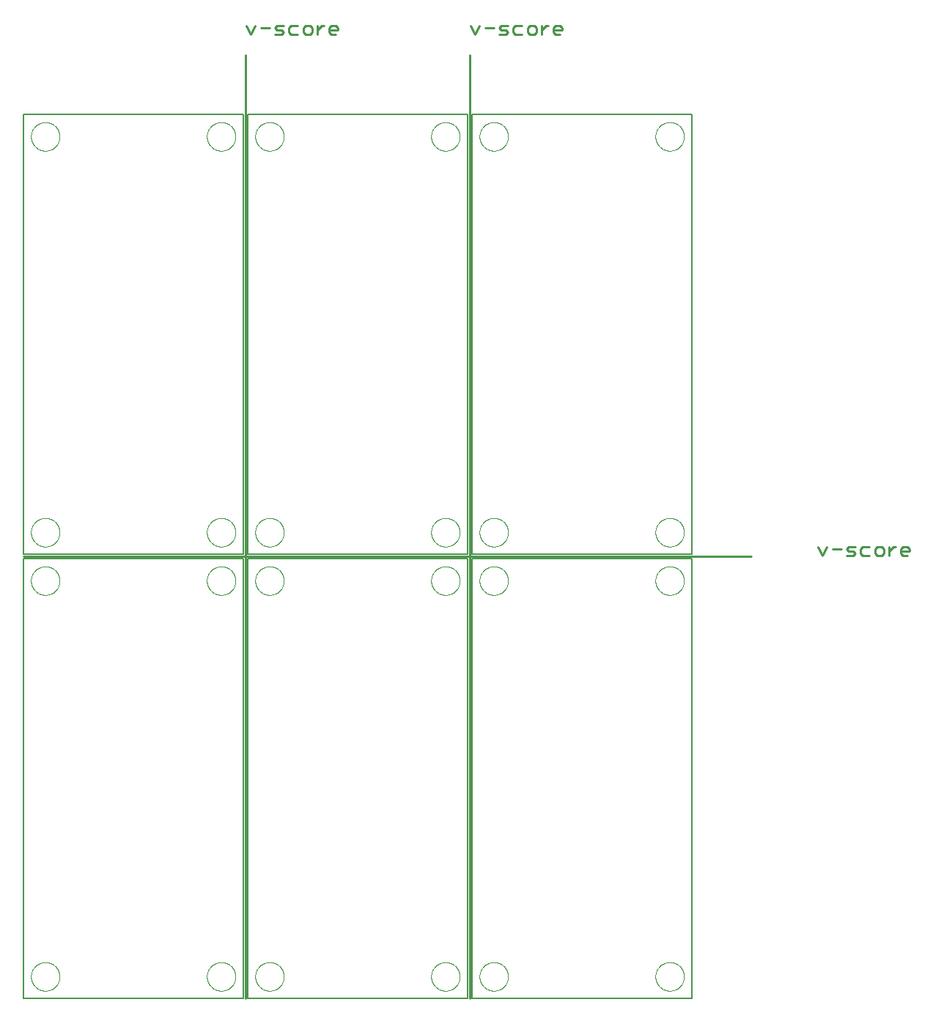
<source format=gko>
G75*
%MOIN*%
%OFA0B0*%
%FSLAX25Y25*%
%IPPOS*%
%LPD*%
%AMOC8*
5,1,8,0,0,1.08239X$1,22.5*
%
%ADD10C,0.00800*%
%ADD11C,0.01000*%
%ADD12C,0.01100*%
%ADD13C,0.00000*%
D10*
X0005059Y0002500D02*
X0005059Y0202500D01*
X0105059Y0202500D01*
X0105059Y0002500D01*
X0005059Y0002500D01*
X0107059Y0002500D02*
X0107059Y0202500D01*
X0207059Y0202500D01*
X0207059Y0002500D01*
X0107059Y0002500D01*
X0209059Y0002500D02*
X0209059Y0202500D01*
X0309059Y0202500D01*
X0309059Y0002500D01*
X0209059Y0002500D01*
X0209059Y0204500D02*
X0209059Y0404500D01*
X0309059Y0404500D01*
X0309059Y0204500D01*
X0209059Y0204500D01*
X0207059Y0204500D02*
X0207059Y0404500D01*
X0107059Y0404500D01*
X0107059Y0204500D01*
X0207059Y0204500D01*
X0105059Y0204500D02*
X0105059Y0404500D01*
X0005059Y0404500D01*
X0005059Y0204500D01*
X0105059Y0204500D01*
D11*
X0005059Y0203500D02*
X0336059Y0203500D01*
X0208059Y0002500D02*
X0208059Y0431500D01*
X0106059Y0431500D02*
X0106059Y0002500D01*
D12*
X0368578Y0204050D02*
X0366609Y0207987D01*
X0370546Y0207987D02*
X0368578Y0204050D01*
X0373055Y0207003D02*
X0376992Y0207003D01*
X0379500Y0207003D02*
X0380484Y0207987D01*
X0383437Y0207987D01*
X0382453Y0206018D02*
X0380484Y0206018D01*
X0379500Y0207003D01*
X0379500Y0204050D02*
X0382453Y0204050D01*
X0383437Y0205034D01*
X0382453Y0206018D01*
X0385946Y0205034D02*
X0386930Y0204050D01*
X0389883Y0204050D01*
X0392391Y0205034D02*
X0393375Y0204050D01*
X0395344Y0204050D01*
X0396328Y0205034D01*
X0396328Y0207003D01*
X0395344Y0207987D01*
X0393375Y0207987D01*
X0392391Y0207003D01*
X0392391Y0205034D01*
X0389883Y0207987D02*
X0386930Y0207987D01*
X0385946Y0207003D01*
X0385946Y0205034D01*
X0398837Y0204050D02*
X0398837Y0207987D01*
X0400805Y0207987D02*
X0401789Y0207987D01*
X0400805Y0207987D02*
X0398837Y0206018D01*
X0404208Y0206018D02*
X0408145Y0206018D01*
X0408145Y0207003D01*
X0407161Y0207987D01*
X0405192Y0207987D01*
X0404208Y0207003D01*
X0404208Y0205034D01*
X0405192Y0204050D01*
X0407161Y0204050D01*
X0249161Y0441050D02*
X0247192Y0441050D01*
X0246208Y0442034D01*
X0246208Y0444003D01*
X0247192Y0444987D01*
X0249161Y0444987D01*
X0250145Y0444003D01*
X0250145Y0443018D01*
X0246208Y0443018D01*
X0243789Y0444987D02*
X0242805Y0444987D01*
X0240837Y0443018D01*
X0240837Y0441050D02*
X0240837Y0444987D01*
X0238328Y0444003D02*
X0237344Y0444987D01*
X0235375Y0444987D01*
X0234391Y0444003D01*
X0234391Y0442034D01*
X0235375Y0441050D01*
X0237344Y0441050D01*
X0238328Y0442034D01*
X0238328Y0444003D01*
X0231883Y0444987D02*
X0228930Y0444987D01*
X0227946Y0444003D01*
X0227946Y0442034D01*
X0228930Y0441050D01*
X0231883Y0441050D01*
X0225437Y0442034D02*
X0224453Y0441050D01*
X0221500Y0441050D01*
X0222484Y0443018D02*
X0221500Y0444003D01*
X0222484Y0444987D01*
X0225437Y0444987D01*
X0224453Y0443018D02*
X0222484Y0443018D01*
X0224453Y0443018D02*
X0225437Y0442034D01*
X0218992Y0444003D02*
X0215055Y0444003D01*
X0212546Y0444987D02*
X0210578Y0441050D01*
X0208609Y0444987D01*
X0148145Y0444003D02*
X0148145Y0443018D01*
X0144208Y0443018D01*
X0144208Y0442034D02*
X0144208Y0444003D01*
X0145192Y0444987D01*
X0147161Y0444987D01*
X0148145Y0444003D01*
X0147161Y0441050D02*
X0145192Y0441050D01*
X0144208Y0442034D01*
X0141789Y0444987D02*
X0140805Y0444987D01*
X0138837Y0443018D01*
X0138837Y0441050D02*
X0138837Y0444987D01*
X0136328Y0444003D02*
X0135344Y0444987D01*
X0133375Y0444987D01*
X0132391Y0444003D01*
X0132391Y0442034D01*
X0133375Y0441050D01*
X0135344Y0441050D01*
X0136328Y0442034D01*
X0136328Y0444003D01*
X0129883Y0444987D02*
X0126930Y0444987D01*
X0125946Y0444003D01*
X0125946Y0442034D01*
X0126930Y0441050D01*
X0129883Y0441050D01*
X0123437Y0442034D02*
X0122453Y0441050D01*
X0119500Y0441050D01*
X0120484Y0443018D02*
X0119500Y0444003D01*
X0120484Y0444987D01*
X0123437Y0444987D01*
X0122453Y0443018D02*
X0120484Y0443018D01*
X0122453Y0443018D02*
X0123437Y0442034D01*
X0116992Y0444003D02*
X0113055Y0444003D01*
X0110546Y0444987D02*
X0108578Y0441050D01*
X0106609Y0444987D01*
D13*
X0110559Y0394500D02*
X0110561Y0394661D01*
X0110567Y0394821D01*
X0110577Y0394982D01*
X0110591Y0395142D01*
X0110609Y0395302D01*
X0110630Y0395461D01*
X0110656Y0395620D01*
X0110686Y0395778D01*
X0110719Y0395935D01*
X0110757Y0396092D01*
X0110798Y0396247D01*
X0110843Y0396401D01*
X0110892Y0396554D01*
X0110945Y0396706D01*
X0111001Y0396857D01*
X0111062Y0397006D01*
X0111125Y0397154D01*
X0111193Y0397300D01*
X0111264Y0397444D01*
X0111338Y0397586D01*
X0111416Y0397727D01*
X0111498Y0397865D01*
X0111583Y0398002D01*
X0111671Y0398136D01*
X0111763Y0398268D01*
X0111858Y0398398D01*
X0111956Y0398526D01*
X0112057Y0398651D01*
X0112161Y0398773D01*
X0112268Y0398893D01*
X0112378Y0399010D01*
X0112491Y0399125D01*
X0112607Y0399236D01*
X0112726Y0399345D01*
X0112847Y0399450D01*
X0112971Y0399553D01*
X0113097Y0399653D01*
X0113225Y0399749D01*
X0113356Y0399842D01*
X0113490Y0399932D01*
X0113625Y0400019D01*
X0113763Y0400102D01*
X0113902Y0400182D01*
X0114044Y0400258D01*
X0114187Y0400331D01*
X0114332Y0400400D01*
X0114479Y0400466D01*
X0114627Y0400528D01*
X0114777Y0400586D01*
X0114928Y0400641D01*
X0115081Y0400692D01*
X0115235Y0400739D01*
X0115390Y0400782D01*
X0115546Y0400821D01*
X0115702Y0400857D01*
X0115860Y0400888D01*
X0116018Y0400916D01*
X0116177Y0400940D01*
X0116337Y0400960D01*
X0116497Y0400976D01*
X0116657Y0400988D01*
X0116818Y0400996D01*
X0116979Y0401000D01*
X0117139Y0401000D01*
X0117300Y0400996D01*
X0117461Y0400988D01*
X0117621Y0400976D01*
X0117781Y0400960D01*
X0117941Y0400940D01*
X0118100Y0400916D01*
X0118258Y0400888D01*
X0118416Y0400857D01*
X0118572Y0400821D01*
X0118728Y0400782D01*
X0118883Y0400739D01*
X0119037Y0400692D01*
X0119190Y0400641D01*
X0119341Y0400586D01*
X0119491Y0400528D01*
X0119639Y0400466D01*
X0119786Y0400400D01*
X0119931Y0400331D01*
X0120074Y0400258D01*
X0120216Y0400182D01*
X0120355Y0400102D01*
X0120493Y0400019D01*
X0120628Y0399932D01*
X0120762Y0399842D01*
X0120893Y0399749D01*
X0121021Y0399653D01*
X0121147Y0399553D01*
X0121271Y0399450D01*
X0121392Y0399345D01*
X0121511Y0399236D01*
X0121627Y0399125D01*
X0121740Y0399010D01*
X0121850Y0398893D01*
X0121957Y0398773D01*
X0122061Y0398651D01*
X0122162Y0398526D01*
X0122260Y0398398D01*
X0122355Y0398268D01*
X0122447Y0398136D01*
X0122535Y0398002D01*
X0122620Y0397865D01*
X0122702Y0397727D01*
X0122780Y0397586D01*
X0122854Y0397444D01*
X0122925Y0397300D01*
X0122993Y0397154D01*
X0123056Y0397006D01*
X0123117Y0396857D01*
X0123173Y0396706D01*
X0123226Y0396554D01*
X0123275Y0396401D01*
X0123320Y0396247D01*
X0123361Y0396092D01*
X0123399Y0395935D01*
X0123432Y0395778D01*
X0123462Y0395620D01*
X0123488Y0395461D01*
X0123509Y0395302D01*
X0123527Y0395142D01*
X0123541Y0394982D01*
X0123551Y0394821D01*
X0123557Y0394661D01*
X0123559Y0394500D01*
X0123557Y0394339D01*
X0123551Y0394179D01*
X0123541Y0394018D01*
X0123527Y0393858D01*
X0123509Y0393698D01*
X0123488Y0393539D01*
X0123462Y0393380D01*
X0123432Y0393222D01*
X0123399Y0393065D01*
X0123361Y0392908D01*
X0123320Y0392753D01*
X0123275Y0392599D01*
X0123226Y0392446D01*
X0123173Y0392294D01*
X0123117Y0392143D01*
X0123056Y0391994D01*
X0122993Y0391846D01*
X0122925Y0391700D01*
X0122854Y0391556D01*
X0122780Y0391414D01*
X0122702Y0391273D01*
X0122620Y0391135D01*
X0122535Y0390998D01*
X0122447Y0390864D01*
X0122355Y0390732D01*
X0122260Y0390602D01*
X0122162Y0390474D01*
X0122061Y0390349D01*
X0121957Y0390227D01*
X0121850Y0390107D01*
X0121740Y0389990D01*
X0121627Y0389875D01*
X0121511Y0389764D01*
X0121392Y0389655D01*
X0121271Y0389550D01*
X0121147Y0389447D01*
X0121021Y0389347D01*
X0120893Y0389251D01*
X0120762Y0389158D01*
X0120628Y0389068D01*
X0120493Y0388981D01*
X0120355Y0388898D01*
X0120216Y0388818D01*
X0120074Y0388742D01*
X0119931Y0388669D01*
X0119786Y0388600D01*
X0119639Y0388534D01*
X0119491Y0388472D01*
X0119341Y0388414D01*
X0119190Y0388359D01*
X0119037Y0388308D01*
X0118883Y0388261D01*
X0118728Y0388218D01*
X0118572Y0388179D01*
X0118416Y0388143D01*
X0118258Y0388112D01*
X0118100Y0388084D01*
X0117941Y0388060D01*
X0117781Y0388040D01*
X0117621Y0388024D01*
X0117461Y0388012D01*
X0117300Y0388004D01*
X0117139Y0388000D01*
X0116979Y0388000D01*
X0116818Y0388004D01*
X0116657Y0388012D01*
X0116497Y0388024D01*
X0116337Y0388040D01*
X0116177Y0388060D01*
X0116018Y0388084D01*
X0115860Y0388112D01*
X0115702Y0388143D01*
X0115546Y0388179D01*
X0115390Y0388218D01*
X0115235Y0388261D01*
X0115081Y0388308D01*
X0114928Y0388359D01*
X0114777Y0388414D01*
X0114627Y0388472D01*
X0114479Y0388534D01*
X0114332Y0388600D01*
X0114187Y0388669D01*
X0114044Y0388742D01*
X0113902Y0388818D01*
X0113763Y0388898D01*
X0113625Y0388981D01*
X0113490Y0389068D01*
X0113356Y0389158D01*
X0113225Y0389251D01*
X0113097Y0389347D01*
X0112971Y0389447D01*
X0112847Y0389550D01*
X0112726Y0389655D01*
X0112607Y0389764D01*
X0112491Y0389875D01*
X0112378Y0389990D01*
X0112268Y0390107D01*
X0112161Y0390227D01*
X0112057Y0390349D01*
X0111956Y0390474D01*
X0111858Y0390602D01*
X0111763Y0390732D01*
X0111671Y0390864D01*
X0111583Y0390998D01*
X0111498Y0391135D01*
X0111416Y0391273D01*
X0111338Y0391414D01*
X0111264Y0391556D01*
X0111193Y0391700D01*
X0111125Y0391846D01*
X0111062Y0391994D01*
X0111001Y0392143D01*
X0110945Y0392294D01*
X0110892Y0392446D01*
X0110843Y0392599D01*
X0110798Y0392753D01*
X0110757Y0392908D01*
X0110719Y0393065D01*
X0110686Y0393222D01*
X0110656Y0393380D01*
X0110630Y0393539D01*
X0110609Y0393698D01*
X0110591Y0393858D01*
X0110577Y0394018D01*
X0110567Y0394179D01*
X0110561Y0394339D01*
X0110559Y0394500D01*
X0088559Y0394500D02*
X0088561Y0394661D01*
X0088567Y0394821D01*
X0088577Y0394982D01*
X0088591Y0395142D01*
X0088609Y0395302D01*
X0088630Y0395461D01*
X0088656Y0395620D01*
X0088686Y0395778D01*
X0088719Y0395935D01*
X0088757Y0396092D01*
X0088798Y0396247D01*
X0088843Y0396401D01*
X0088892Y0396554D01*
X0088945Y0396706D01*
X0089001Y0396857D01*
X0089062Y0397006D01*
X0089125Y0397154D01*
X0089193Y0397300D01*
X0089264Y0397444D01*
X0089338Y0397586D01*
X0089416Y0397727D01*
X0089498Y0397865D01*
X0089583Y0398002D01*
X0089671Y0398136D01*
X0089763Y0398268D01*
X0089858Y0398398D01*
X0089956Y0398526D01*
X0090057Y0398651D01*
X0090161Y0398773D01*
X0090268Y0398893D01*
X0090378Y0399010D01*
X0090491Y0399125D01*
X0090607Y0399236D01*
X0090726Y0399345D01*
X0090847Y0399450D01*
X0090971Y0399553D01*
X0091097Y0399653D01*
X0091225Y0399749D01*
X0091356Y0399842D01*
X0091490Y0399932D01*
X0091625Y0400019D01*
X0091763Y0400102D01*
X0091902Y0400182D01*
X0092044Y0400258D01*
X0092187Y0400331D01*
X0092332Y0400400D01*
X0092479Y0400466D01*
X0092627Y0400528D01*
X0092777Y0400586D01*
X0092928Y0400641D01*
X0093081Y0400692D01*
X0093235Y0400739D01*
X0093390Y0400782D01*
X0093546Y0400821D01*
X0093702Y0400857D01*
X0093860Y0400888D01*
X0094018Y0400916D01*
X0094177Y0400940D01*
X0094337Y0400960D01*
X0094497Y0400976D01*
X0094657Y0400988D01*
X0094818Y0400996D01*
X0094979Y0401000D01*
X0095139Y0401000D01*
X0095300Y0400996D01*
X0095461Y0400988D01*
X0095621Y0400976D01*
X0095781Y0400960D01*
X0095941Y0400940D01*
X0096100Y0400916D01*
X0096258Y0400888D01*
X0096416Y0400857D01*
X0096572Y0400821D01*
X0096728Y0400782D01*
X0096883Y0400739D01*
X0097037Y0400692D01*
X0097190Y0400641D01*
X0097341Y0400586D01*
X0097491Y0400528D01*
X0097639Y0400466D01*
X0097786Y0400400D01*
X0097931Y0400331D01*
X0098074Y0400258D01*
X0098216Y0400182D01*
X0098355Y0400102D01*
X0098493Y0400019D01*
X0098628Y0399932D01*
X0098762Y0399842D01*
X0098893Y0399749D01*
X0099021Y0399653D01*
X0099147Y0399553D01*
X0099271Y0399450D01*
X0099392Y0399345D01*
X0099511Y0399236D01*
X0099627Y0399125D01*
X0099740Y0399010D01*
X0099850Y0398893D01*
X0099957Y0398773D01*
X0100061Y0398651D01*
X0100162Y0398526D01*
X0100260Y0398398D01*
X0100355Y0398268D01*
X0100447Y0398136D01*
X0100535Y0398002D01*
X0100620Y0397865D01*
X0100702Y0397727D01*
X0100780Y0397586D01*
X0100854Y0397444D01*
X0100925Y0397300D01*
X0100993Y0397154D01*
X0101056Y0397006D01*
X0101117Y0396857D01*
X0101173Y0396706D01*
X0101226Y0396554D01*
X0101275Y0396401D01*
X0101320Y0396247D01*
X0101361Y0396092D01*
X0101399Y0395935D01*
X0101432Y0395778D01*
X0101462Y0395620D01*
X0101488Y0395461D01*
X0101509Y0395302D01*
X0101527Y0395142D01*
X0101541Y0394982D01*
X0101551Y0394821D01*
X0101557Y0394661D01*
X0101559Y0394500D01*
X0101557Y0394339D01*
X0101551Y0394179D01*
X0101541Y0394018D01*
X0101527Y0393858D01*
X0101509Y0393698D01*
X0101488Y0393539D01*
X0101462Y0393380D01*
X0101432Y0393222D01*
X0101399Y0393065D01*
X0101361Y0392908D01*
X0101320Y0392753D01*
X0101275Y0392599D01*
X0101226Y0392446D01*
X0101173Y0392294D01*
X0101117Y0392143D01*
X0101056Y0391994D01*
X0100993Y0391846D01*
X0100925Y0391700D01*
X0100854Y0391556D01*
X0100780Y0391414D01*
X0100702Y0391273D01*
X0100620Y0391135D01*
X0100535Y0390998D01*
X0100447Y0390864D01*
X0100355Y0390732D01*
X0100260Y0390602D01*
X0100162Y0390474D01*
X0100061Y0390349D01*
X0099957Y0390227D01*
X0099850Y0390107D01*
X0099740Y0389990D01*
X0099627Y0389875D01*
X0099511Y0389764D01*
X0099392Y0389655D01*
X0099271Y0389550D01*
X0099147Y0389447D01*
X0099021Y0389347D01*
X0098893Y0389251D01*
X0098762Y0389158D01*
X0098628Y0389068D01*
X0098493Y0388981D01*
X0098355Y0388898D01*
X0098216Y0388818D01*
X0098074Y0388742D01*
X0097931Y0388669D01*
X0097786Y0388600D01*
X0097639Y0388534D01*
X0097491Y0388472D01*
X0097341Y0388414D01*
X0097190Y0388359D01*
X0097037Y0388308D01*
X0096883Y0388261D01*
X0096728Y0388218D01*
X0096572Y0388179D01*
X0096416Y0388143D01*
X0096258Y0388112D01*
X0096100Y0388084D01*
X0095941Y0388060D01*
X0095781Y0388040D01*
X0095621Y0388024D01*
X0095461Y0388012D01*
X0095300Y0388004D01*
X0095139Y0388000D01*
X0094979Y0388000D01*
X0094818Y0388004D01*
X0094657Y0388012D01*
X0094497Y0388024D01*
X0094337Y0388040D01*
X0094177Y0388060D01*
X0094018Y0388084D01*
X0093860Y0388112D01*
X0093702Y0388143D01*
X0093546Y0388179D01*
X0093390Y0388218D01*
X0093235Y0388261D01*
X0093081Y0388308D01*
X0092928Y0388359D01*
X0092777Y0388414D01*
X0092627Y0388472D01*
X0092479Y0388534D01*
X0092332Y0388600D01*
X0092187Y0388669D01*
X0092044Y0388742D01*
X0091902Y0388818D01*
X0091763Y0388898D01*
X0091625Y0388981D01*
X0091490Y0389068D01*
X0091356Y0389158D01*
X0091225Y0389251D01*
X0091097Y0389347D01*
X0090971Y0389447D01*
X0090847Y0389550D01*
X0090726Y0389655D01*
X0090607Y0389764D01*
X0090491Y0389875D01*
X0090378Y0389990D01*
X0090268Y0390107D01*
X0090161Y0390227D01*
X0090057Y0390349D01*
X0089956Y0390474D01*
X0089858Y0390602D01*
X0089763Y0390732D01*
X0089671Y0390864D01*
X0089583Y0390998D01*
X0089498Y0391135D01*
X0089416Y0391273D01*
X0089338Y0391414D01*
X0089264Y0391556D01*
X0089193Y0391700D01*
X0089125Y0391846D01*
X0089062Y0391994D01*
X0089001Y0392143D01*
X0088945Y0392294D01*
X0088892Y0392446D01*
X0088843Y0392599D01*
X0088798Y0392753D01*
X0088757Y0392908D01*
X0088719Y0393065D01*
X0088686Y0393222D01*
X0088656Y0393380D01*
X0088630Y0393539D01*
X0088609Y0393698D01*
X0088591Y0393858D01*
X0088577Y0394018D01*
X0088567Y0394179D01*
X0088561Y0394339D01*
X0088559Y0394500D01*
X0008559Y0394500D02*
X0008561Y0394661D01*
X0008567Y0394821D01*
X0008577Y0394982D01*
X0008591Y0395142D01*
X0008609Y0395302D01*
X0008630Y0395461D01*
X0008656Y0395620D01*
X0008686Y0395778D01*
X0008719Y0395935D01*
X0008757Y0396092D01*
X0008798Y0396247D01*
X0008843Y0396401D01*
X0008892Y0396554D01*
X0008945Y0396706D01*
X0009001Y0396857D01*
X0009062Y0397006D01*
X0009125Y0397154D01*
X0009193Y0397300D01*
X0009264Y0397444D01*
X0009338Y0397586D01*
X0009416Y0397727D01*
X0009498Y0397865D01*
X0009583Y0398002D01*
X0009671Y0398136D01*
X0009763Y0398268D01*
X0009858Y0398398D01*
X0009956Y0398526D01*
X0010057Y0398651D01*
X0010161Y0398773D01*
X0010268Y0398893D01*
X0010378Y0399010D01*
X0010491Y0399125D01*
X0010607Y0399236D01*
X0010726Y0399345D01*
X0010847Y0399450D01*
X0010971Y0399553D01*
X0011097Y0399653D01*
X0011225Y0399749D01*
X0011356Y0399842D01*
X0011490Y0399932D01*
X0011625Y0400019D01*
X0011763Y0400102D01*
X0011902Y0400182D01*
X0012044Y0400258D01*
X0012187Y0400331D01*
X0012332Y0400400D01*
X0012479Y0400466D01*
X0012627Y0400528D01*
X0012777Y0400586D01*
X0012928Y0400641D01*
X0013081Y0400692D01*
X0013235Y0400739D01*
X0013390Y0400782D01*
X0013546Y0400821D01*
X0013702Y0400857D01*
X0013860Y0400888D01*
X0014018Y0400916D01*
X0014177Y0400940D01*
X0014337Y0400960D01*
X0014497Y0400976D01*
X0014657Y0400988D01*
X0014818Y0400996D01*
X0014979Y0401000D01*
X0015139Y0401000D01*
X0015300Y0400996D01*
X0015461Y0400988D01*
X0015621Y0400976D01*
X0015781Y0400960D01*
X0015941Y0400940D01*
X0016100Y0400916D01*
X0016258Y0400888D01*
X0016416Y0400857D01*
X0016572Y0400821D01*
X0016728Y0400782D01*
X0016883Y0400739D01*
X0017037Y0400692D01*
X0017190Y0400641D01*
X0017341Y0400586D01*
X0017491Y0400528D01*
X0017639Y0400466D01*
X0017786Y0400400D01*
X0017931Y0400331D01*
X0018074Y0400258D01*
X0018216Y0400182D01*
X0018355Y0400102D01*
X0018493Y0400019D01*
X0018628Y0399932D01*
X0018762Y0399842D01*
X0018893Y0399749D01*
X0019021Y0399653D01*
X0019147Y0399553D01*
X0019271Y0399450D01*
X0019392Y0399345D01*
X0019511Y0399236D01*
X0019627Y0399125D01*
X0019740Y0399010D01*
X0019850Y0398893D01*
X0019957Y0398773D01*
X0020061Y0398651D01*
X0020162Y0398526D01*
X0020260Y0398398D01*
X0020355Y0398268D01*
X0020447Y0398136D01*
X0020535Y0398002D01*
X0020620Y0397865D01*
X0020702Y0397727D01*
X0020780Y0397586D01*
X0020854Y0397444D01*
X0020925Y0397300D01*
X0020993Y0397154D01*
X0021056Y0397006D01*
X0021117Y0396857D01*
X0021173Y0396706D01*
X0021226Y0396554D01*
X0021275Y0396401D01*
X0021320Y0396247D01*
X0021361Y0396092D01*
X0021399Y0395935D01*
X0021432Y0395778D01*
X0021462Y0395620D01*
X0021488Y0395461D01*
X0021509Y0395302D01*
X0021527Y0395142D01*
X0021541Y0394982D01*
X0021551Y0394821D01*
X0021557Y0394661D01*
X0021559Y0394500D01*
X0021557Y0394339D01*
X0021551Y0394179D01*
X0021541Y0394018D01*
X0021527Y0393858D01*
X0021509Y0393698D01*
X0021488Y0393539D01*
X0021462Y0393380D01*
X0021432Y0393222D01*
X0021399Y0393065D01*
X0021361Y0392908D01*
X0021320Y0392753D01*
X0021275Y0392599D01*
X0021226Y0392446D01*
X0021173Y0392294D01*
X0021117Y0392143D01*
X0021056Y0391994D01*
X0020993Y0391846D01*
X0020925Y0391700D01*
X0020854Y0391556D01*
X0020780Y0391414D01*
X0020702Y0391273D01*
X0020620Y0391135D01*
X0020535Y0390998D01*
X0020447Y0390864D01*
X0020355Y0390732D01*
X0020260Y0390602D01*
X0020162Y0390474D01*
X0020061Y0390349D01*
X0019957Y0390227D01*
X0019850Y0390107D01*
X0019740Y0389990D01*
X0019627Y0389875D01*
X0019511Y0389764D01*
X0019392Y0389655D01*
X0019271Y0389550D01*
X0019147Y0389447D01*
X0019021Y0389347D01*
X0018893Y0389251D01*
X0018762Y0389158D01*
X0018628Y0389068D01*
X0018493Y0388981D01*
X0018355Y0388898D01*
X0018216Y0388818D01*
X0018074Y0388742D01*
X0017931Y0388669D01*
X0017786Y0388600D01*
X0017639Y0388534D01*
X0017491Y0388472D01*
X0017341Y0388414D01*
X0017190Y0388359D01*
X0017037Y0388308D01*
X0016883Y0388261D01*
X0016728Y0388218D01*
X0016572Y0388179D01*
X0016416Y0388143D01*
X0016258Y0388112D01*
X0016100Y0388084D01*
X0015941Y0388060D01*
X0015781Y0388040D01*
X0015621Y0388024D01*
X0015461Y0388012D01*
X0015300Y0388004D01*
X0015139Y0388000D01*
X0014979Y0388000D01*
X0014818Y0388004D01*
X0014657Y0388012D01*
X0014497Y0388024D01*
X0014337Y0388040D01*
X0014177Y0388060D01*
X0014018Y0388084D01*
X0013860Y0388112D01*
X0013702Y0388143D01*
X0013546Y0388179D01*
X0013390Y0388218D01*
X0013235Y0388261D01*
X0013081Y0388308D01*
X0012928Y0388359D01*
X0012777Y0388414D01*
X0012627Y0388472D01*
X0012479Y0388534D01*
X0012332Y0388600D01*
X0012187Y0388669D01*
X0012044Y0388742D01*
X0011902Y0388818D01*
X0011763Y0388898D01*
X0011625Y0388981D01*
X0011490Y0389068D01*
X0011356Y0389158D01*
X0011225Y0389251D01*
X0011097Y0389347D01*
X0010971Y0389447D01*
X0010847Y0389550D01*
X0010726Y0389655D01*
X0010607Y0389764D01*
X0010491Y0389875D01*
X0010378Y0389990D01*
X0010268Y0390107D01*
X0010161Y0390227D01*
X0010057Y0390349D01*
X0009956Y0390474D01*
X0009858Y0390602D01*
X0009763Y0390732D01*
X0009671Y0390864D01*
X0009583Y0390998D01*
X0009498Y0391135D01*
X0009416Y0391273D01*
X0009338Y0391414D01*
X0009264Y0391556D01*
X0009193Y0391700D01*
X0009125Y0391846D01*
X0009062Y0391994D01*
X0009001Y0392143D01*
X0008945Y0392294D01*
X0008892Y0392446D01*
X0008843Y0392599D01*
X0008798Y0392753D01*
X0008757Y0392908D01*
X0008719Y0393065D01*
X0008686Y0393222D01*
X0008656Y0393380D01*
X0008630Y0393539D01*
X0008609Y0393698D01*
X0008591Y0393858D01*
X0008577Y0394018D01*
X0008567Y0394179D01*
X0008561Y0394339D01*
X0008559Y0394500D01*
X0008559Y0214500D02*
X0008561Y0214661D01*
X0008567Y0214821D01*
X0008577Y0214982D01*
X0008591Y0215142D01*
X0008609Y0215302D01*
X0008630Y0215461D01*
X0008656Y0215620D01*
X0008686Y0215778D01*
X0008719Y0215935D01*
X0008757Y0216092D01*
X0008798Y0216247D01*
X0008843Y0216401D01*
X0008892Y0216554D01*
X0008945Y0216706D01*
X0009001Y0216857D01*
X0009062Y0217006D01*
X0009125Y0217154D01*
X0009193Y0217300D01*
X0009264Y0217444D01*
X0009338Y0217586D01*
X0009416Y0217727D01*
X0009498Y0217865D01*
X0009583Y0218002D01*
X0009671Y0218136D01*
X0009763Y0218268D01*
X0009858Y0218398D01*
X0009956Y0218526D01*
X0010057Y0218651D01*
X0010161Y0218773D01*
X0010268Y0218893D01*
X0010378Y0219010D01*
X0010491Y0219125D01*
X0010607Y0219236D01*
X0010726Y0219345D01*
X0010847Y0219450D01*
X0010971Y0219553D01*
X0011097Y0219653D01*
X0011225Y0219749D01*
X0011356Y0219842D01*
X0011490Y0219932D01*
X0011625Y0220019D01*
X0011763Y0220102D01*
X0011902Y0220182D01*
X0012044Y0220258D01*
X0012187Y0220331D01*
X0012332Y0220400D01*
X0012479Y0220466D01*
X0012627Y0220528D01*
X0012777Y0220586D01*
X0012928Y0220641D01*
X0013081Y0220692D01*
X0013235Y0220739D01*
X0013390Y0220782D01*
X0013546Y0220821D01*
X0013702Y0220857D01*
X0013860Y0220888D01*
X0014018Y0220916D01*
X0014177Y0220940D01*
X0014337Y0220960D01*
X0014497Y0220976D01*
X0014657Y0220988D01*
X0014818Y0220996D01*
X0014979Y0221000D01*
X0015139Y0221000D01*
X0015300Y0220996D01*
X0015461Y0220988D01*
X0015621Y0220976D01*
X0015781Y0220960D01*
X0015941Y0220940D01*
X0016100Y0220916D01*
X0016258Y0220888D01*
X0016416Y0220857D01*
X0016572Y0220821D01*
X0016728Y0220782D01*
X0016883Y0220739D01*
X0017037Y0220692D01*
X0017190Y0220641D01*
X0017341Y0220586D01*
X0017491Y0220528D01*
X0017639Y0220466D01*
X0017786Y0220400D01*
X0017931Y0220331D01*
X0018074Y0220258D01*
X0018216Y0220182D01*
X0018355Y0220102D01*
X0018493Y0220019D01*
X0018628Y0219932D01*
X0018762Y0219842D01*
X0018893Y0219749D01*
X0019021Y0219653D01*
X0019147Y0219553D01*
X0019271Y0219450D01*
X0019392Y0219345D01*
X0019511Y0219236D01*
X0019627Y0219125D01*
X0019740Y0219010D01*
X0019850Y0218893D01*
X0019957Y0218773D01*
X0020061Y0218651D01*
X0020162Y0218526D01*
X0020260Y0218398D01*
X0020355Y0218268D01*
X0020447Y0218136D01*
X0020535Y0218002D01*
X0020620Y0217865D01*
X0020702Y0217727D01*
X0020780Y0217586D01*
X0020854Y0217444D01*
X0020925Y0217300D01*
X0020993Y0217154D01*
X0021056Y0217006D01*
X0021117Y0216857D01*
X0021173Y0216706D01*
X0021226Y0216554D01*
X0021275Y0216401D01*
X0021320Y0216247D01*
X0021361Y0216092D01*
X0021399Y0215935D01*
X0021432Y0215778D01*
X0021462Y0215620D01*
X0021488Y0215461D01*
X0021509Y0215302D01*
X0021527Y0215142D01*
X0021541Y0214982D01*
X0021551Y0214821D01*
X0021557Y0214661D01*
X0021559Y0214500D01*
X0021557Y0214339D01*
X0021551Y0214179D01*
X0021541Y0214018D01*
X0021527Y0213858D01*
X0021509Y0213698D01*
X0021488Y0213539D01*
X0021462Y0213380D01*
X0021432Y0213222D01*
X0021399Y0213065D01*
X0021361Y0212908D01*
X0021320Y0212753D01*
X0021275Y0212599D01*
X0021226Y0212446D01*
X0021173Y0212294D01*
X0021117Y0212143D01*
X0021056Y0211994D01*
X0020993Y0211846D01*
X0020925Y0211700D01*
X0020854Y0211556D01*
X0020780Y0211414D01*
X0020702Y0211273D01*
X0020620Y0211135D01*
X0020535Y0210998D01*
X0020447Y0210864D01*
X0020355Y0210732D01*
X0020260Y0210602D01*
X0020162Y0210474D01*
X0020061Y0210349D01*
X0019957Y0210227D01*
X0019850Y0210107D01*
X0019740Y0209990D01*
X0019627Y0209875D01*
X0019511Y0209764D01*
X0019392Y0209655D01*
X0019271Y0209550D01*
X0019147Y0209447D01*
X0019021Y0209347D01*
X0018893Y0209251D01*
X0018762Y0209158D01*
X0018628Y0209068D01*
X0018493Y0208981D01*
X0018355Y0208898D01*
X0018216Y0208818D01*
X0018074Y0208742D01*
X0017931Y0208669D01*
X0017786Y0208600D01*
X0017639Y0208534D01*
X0017491Y0208472D01*
X0017341Y0208414D01*
X0017190Y0208359D01*
X0017037Y0208308D01*
X0016883Y0208261D01*
X0016728Y0208218D01*
X0016572Y0208179D01*
X0016416Y0208143D01*
X0016258Y0208112D01*
X0016100Y0208084D01*
X0015941Y0208060D01*
X0015781Y0208040D01*
X0015621Y0208024D01*
X0015461Y0208012D01*
X0015300Y0208004D01*
X0015139Y0208000D01*
X0014979Y0208000D01*
X0014818Y0208004D01*
X0014657Y0208012D01*
X0014497Y0208024D01*
X0014337Y0208040D01*
X0014177Y0208060D01*
X0014018Y0208084D01*
X0013860Y0208112D01*
X0013702Y0208143D01*
X0013546Y0208179D01*
X0013390Y0208218D01*
X0013235Y0208261D01*
X0013081Y0208308D01*
X0012928Y0208359D01*
X0012777Y0208414D01*
X0012627Y0208472D01*
X0012479Y0208534D01*
X0012332Y0208600D01*
X0012187Y0208669D01*
X0012044Y0208742D01*
X0011902Y0208818D01*
X0011763Y0208898D01*
X0011625Y0208981D01*
X0011490Y0209068D01*
X0011356Y0209158D01*
X0011225Y0209251D01*
X0011097Y0209347D01*
X0010971Y0209447D01*
X0010847Y0209550D01*
X0010726Y0209655D01*
X0010607Y0209764D01*
X0010491Y0209875D01*
X0010378Y0209990D01*
X0010268Y0210107D01*
X0010161Y0210227D01*
X0010057Y0210349D01*
X0009956Y0210474D01*
X0009858Y0210602D01*
X0009763Y0210732D01*
X0009671Y0210864D01*
X0009583Y0210998D01*
X0009498Y0211135D01*
X0009416Y0211273D01*
X0009338Y0211414D01*
X0009264Y0211556D01*
X0009193Y0211700D01*
X0009125Y0211846D01*
X0009062Y0211994D01*
X0009001Y0212143D01*
X0008945Y0212294D01*
X0008892Y0212446D01*
X0008843Y0212599D01*
X0008798Y0212753D01*
X0008757Y0212908D01*
X0008719Y0213065D01*
X0008686Y0213222D01*
X0008656Y0213380D01*
X0008630Y0213539D01*
X0008609Y0213698D01*
X0008591Y0213858D01*
X0008577Y0214018D01*
X0008567Y0214179D01*
X0008561Y0214339D01*
X0008559Y0214500D01*
X0008559Y0192500D02*
X0008561Y0192661D01*
X0008567Y0192821D01*
X0008577Y0192982D01*
X0008591Y0193142D01*
X0008609Y0193302D01*
X0008630Y0193461D01*
X0008656Y0193620D01*
X0008686Y0193778D01*
X0008719Y0193935D01*
X0008757Y0194092D01*
X0008798Y0194247D01*
X0008843Y0194401D01*
X0008892Y0194554D01*
X0008945Y0194706D01*
X0009001Y0194857D01*
X0009062Y0195006D01*
X0009125Y0195154D01*
X0009193Y0195300D01*
X0009264Y0195444D01*
X0009338Y0195586D01*
X0009416Y0195727D01*
X0009498Y0195865D01*
X0009583Y0196002D01*
X0009671Y0196136D01*
X0009763Y0196268D01*
X0009858Y0196398D01*
X0009956Y0196526D01*
X0010057Y0196651D01*
X0010161Y0196773D01*
X0010268Y0196893D01*
X0010378Y0197010D01*
X0010491Y0197125D01*
X0010607Y0197236D01*
X0010726Y0197345D01*
X0010847Y0197450D01*
X0010971Y0197553D01*
X0011097Y0197653D01*
X0011225Y0197749D01*
X0011356Y0197842D01*
X0011490Y0197932D01*
X0011625Y0198019D01*
X0011763Y0198102D01*
X0011902Y0198182D01*
X0012044Y0198258D01*
X0012187Y0198331D01*
X0012332Y0198400D01*
X0012479Y0198466D01*
X0012627Y0198528D01*
X0012777Y0198586D01*
X0012928Y0198641D01*
X0013081Y0198692D01*
X0013235Y0198739D01*
X0013390Y0198782D01*
X0013546Y0198821D01*
X0013702Y0198857D01*
X0013860Y0198888D01*
X0014018Y0198916D01*
X0014177Y0198940D01*
X0014337Y0198960D01*
X0014497Y0198976D01*
X0014657Y0198988D01*
X0014818Y0198996D01*
X0014979Y0199000D01*
X0015139Y0199000D01*
X0015300Y0198996D01*
X0015461Y0198988D01*
X0015621Y0198976D01*
X0015781Y0198960D01*
X0015941Y0198940D01*
X0016100Y0198916D01*
X0016258Y0198888D01*
X0016416Y0198857D01*
X0016572Y0198821D01*
X0016728Y0198782D01*
X0016883Y0198739D01*
X0017037Y0198692D01*
X0017190Y0198641D01*
X0017341Y0198586D01*
X0017491Y0198528D01*
X0017639Y0198466D01*
X0017786Y0198400D01*
X0017931Y0198331D01*
X0018074Y0198258D01*
X0018216Y0198182D01*
X0018355Y0198102D01*
X0018493Y0198019D01*
X0018628Y0197932D01*
X0018762Y0197842D01*
X0018893Y0197749D01*
X0019021Y0197653D01*
X0019147Y0197553D01*
X0019271Y0197450D01*
X0019392Y0197345D01*
X0019511Y0197236D01*
X0019627Y0197125D01*
X0019740Y0197010D01*
X0019850Y0196893D01*
X0019957Y0196773D01*
X0020061Y0196651D01*
X0020162Y0196526D01*
X0020260Y0196398D01*
X0020355Y0196268D01*
X0020447Y0196136D01*
X0020535Y0196002D01*
X0020620Y0195865D01*
X0020702Y0195727D01*
X0020780Y0195586D01*
X0020854Y0195444D01*
X0020925Y0195300D01*
X0020993Y0195154D01*
X0021056Y0195006D01*
X0021117Y0194857D01*
X0021173Y0194706D01*
X0021226Y0194554D01*
X0021275Y0194401D01*
X0021320Y0194247D01*
X0021361Y0194092D01*
X0021399Y0193935D01*
X0021432Y0193778D01*
X0021462Y0193620D01*
X0021488Y0193461D01*
X0021509Y0193302D01*
X0021527Y0193142D01*
X0021541Y0192982D01*
X0021551Y0192821D01*
X0021557Y0192661D01*
X0021559Y0192500D01*
X0021557Y0192339D01*
X0021551Y0192179D01*
X0021541Y0192018D01*
X0021527Y0191858D01*
X0021509Y0191698D01*
X0021488Y0191539D01*
X0021462Y0191380D01*
X0021432Y0191222D01*
X0021399Y0191065D01*
X0021361Y0190908D01*
X0021320Y0190753D01*
X0021275Y0190599D01*
X0021226Y0190446D01*
X0021173Y0190294D01*
X0021117Y0190143D01*
X0021056Y0189994D01*
X0020993Y0189846D01*
X0020925Y0189700D01*
X0020854Y0189556D01*
X0020780Y0189414D01*
X0020702Y0189273D01*
X0020620Y0189135D01*
X0020535Y0188998D01*
X0020447Y0188864D01*
X0020355Y0188732D01*
X0020260Y0188602D01*
X0020162Y0188474D01*
X0020061Y0188349D01*
X0019957Y0188227D01*
X0019850Y0188107D01*
X0019740Y0187990D01*
X0019627Y0187875D01*
X0019511Y0187764D01*
X0019392Y0187655D01*
X0019271Y0187550D01*
X0019147Y0187447D01*
X0019021Y0187347D01*
X0018893Y0187251D01*
X0018762Y0187158D01*
X0018628Y0187068D01*
X0018493Y0186981D01*
X0018355Y0186898D01*
X0018216Y0186818D01*
X0018074Y0186742D01*
X0017931Y0186669D01*
X0017786Y0186600D01*
X0017639Y0186534D01*
X0017491Y0186472D01*
X0017341Y0186414D01*
X0017190Y0186359D01*
X0017037Y0186308D01*
X0016883Y0186261D01*
X0016728Y0186218D01*
X0016572Y0186179D01*
X0016416Y0186143D01*
X0016258Y0186112D01*
X0016100Y0186084D01*
X0015941Y0186060D01*
X0015781Y0186040D01*
X0015621Y0186024D01*
X0015461Y0186012D01*
X0015300Y0186004D01*
X0015139Y0186000D01*
X0014979Y0186000D01*
X0014818Y0186004D01*
X0014657Y0186012D01*
X0014497Y0186024D01*
X0014337Y0186040D01*
X0014177Y0186060D01*
X0014018Y0186084D01*
X0013860Y0186112D01*
X0013702Y0186143D01*
X0013546Y0186179D01*
X0013390Y0186218D01*
X0013235Y0186261D01*
X0013081Y0186308D01*
X0012928Y0186359D01*
X0012777Y0186414D01*
X0012627Y0186472D01*
X0012479Y0186534D01*
X0012332Y0186600D01*
X0012187Y0186669D01*
X0012044Y0186742D01*
X0011902Y0186818D01*
X0011763Y0186898D01*
X0011625Y0186981D01*
X0011490Y0187068D01*
X0011356Y0187158D01*
X0011225Y0187251D01*
X0011097Y0187347D01*
X0010971Y0187447D01*
X0010847Y0187550D01*
X0010726Y0187655D01*
X0010607Y0187764D01*
X0010491Y0187875D01*
X0010378Y0187990D01*
X0010268Y0188107D01*
X0010161Y0188227D01*
X0010057Y0188349D01*
X0009956Y0188474D01*
X0009858Y0188602D01*
X0009763Y0188732D01*
X0009671Y0188864D01*
X0009583Y0188998D01*
X0009498Y0189135D01*
X0009416Y0189273D01*
X0009338Y0189414D01*
X0009264Y0189556D01*
X0009193Y0189700D01*
X0009125Y0189846D01*
X0009062Y0189994D01*
X0009001Y0190143D01*
X0008945Y0190294D01*
X0008892Y0190446D01*
X0008843Y0190599D01*
X0008798Y0190753D01*
X0008757Y0190908D01*
X0008719Y0191065D01*
X0008686Y0191222D01*
X0008656Y0191380D01*
X0008630Y0191539D01*
X0008609Y0191698D01*
X0008591Y0191858D01*
X0008577Y0192018D01*
X0008567Y0192179D01*
X0008561Y0192339D01*
X0008559Y0192500D01*
X0088559Y0192500D02*
X0088561Y0192661D01*
X0088567Y0192821D01*
X0088577Y0192982D01*
X0088591Y0193142D01*
X0088609Y0193302D01*
X0088630Y0193461D01*
X0088656Y0193620D01*
X0088686Y0193778D01*
X0088719Y0193935D01*
X0088757Y0194092D01*
X0088798Y0194247D01*
X0088843Y0194401D01*
X0088892Y0194554D01*
X0088945Y0194706D01*
X0089001Y0194857D01*
X0089062Y0195006D01*
X0089125Y0195154D01*
X0089193Y0195300D01*
X0089264Y0195444D01*
X0089338Y0195586D01*
X0089416Y0195727D01*
X0089498Y0195865D01*
X0089583Y0196002D01*
X0089671Y0196136D01*
X0089763Y0196268D01*
X0089858Y0196398D01*
X0089956Y0196526D01*
X0090057Y0196651D01*
X0090161Y0196773D01*
X0090268Y0196893D01*
X0090378Y0197010D01*
X0090491Y0197125D01*
X0090607Y0197236D01*
X0090726Y0197345D01*
X0090847Y0197450D01*
X0090971Y0197553D01*
X0091097Y0197653D01*
X0091225Y0197749D01*
X0091356Y0197842D01*
X0091490Y0197932D01*
X0091625Y0198019D01*
X0091763Y0198102D01*
X0091902Y0198182D01*
X0092044Y0198258D01*
X0092187Y0198331D01*
X0092332Y0198400D01*
X0092479Y0198466D01*
X0092627Y0198528D01*
X0092777Y0198586D01*
X0092928Y0198641D01*
X0093081Y0198692D01*
X0093235Y0198739D01*
X0093390Y0198782D01*
X0093546Y0198821D01*
X0093702Y0198857D01*
X0093860Y0198888D01*
X0094018Y0198916D01*
X0094177Y0198940D01*
X0094337Y0198960D01*
X0094497Y0198976D01*
X0094657Y0198988D01*
X0094818Y0198996D01*
X0094979Y0199000D01*
X0095139Y0199000D01*
X0095300Y0198996D01*
X0095461Y0198988D01*
X0095621Y0198976D01*
X0095781Y0198960D01*
X0095941Y0198940D01*
X0096100Y0198916D01*
X0096258Y0198888D01*
X0096416Y0198857D01*
X0096572Y0198821D01*
X0096728Y0198782D01*
X0096883Y0198739D01*
X0097037Y0198692D01*
X0097190Y0198641D01*
X0097341Y0198586D01*
X0097491Y0198528D01*
X0097639Y0198466D01*
X0097786Y0198400D01*
X0097931Y0198331D01*
X0098074Y0198258D01*
X0098216Y0198182D01*
X0098355Y0198102D01*
X0098493Y0198019D01*
X0098628Y0197932D01*
X0098762Y0197842D01*
X0098893Y0197749D01*
X0099021Y0197653D01*
X0099147Y0197553D01*
X0099271Y0197450D01*
X0099392Y0197345D01*
X0099511Y0197236D01*
X0099627Y0197125D01*
X0099740Y0197010D01*
X0099850Y0196893D01*
X0099957Y0196773D01*
X0100061Y0196651D01*
X0100162Y0196526D01*
X0100260Y0196398D01*
X0100355Y0196268D01*
X0100447Y0196136D01*
X0100535Y0196002D01*
X0100620Y0195865D01*
X0100702Y0195727D01*
X0100780Y0195586D01*
X0100854Y0195444D01*
X0100925Y0195300D01*
X0100993Y0195154D01*
X0101056Y0195006D01*
X0101117Y0194857D01*
X0101173Y0194706D01*
X0101226Y0194554D01*
X0101275Y0194401D01*
X0101320Y0194247D01*
X0101361Y0194092D01*
X0101399Y0193935D01*
X0101432Y0193778D01*
X0101462Y0193620D01*
X0101488Y0193461D01*
X0101509Y0193302D01*
X0101527Y0193142D01*
X0101541Y0192982D01*
X0101551Y0192821D01*
X0101557Y0192661D01*
X0101559Y0192500D01*
X0101557Y0192339D01*
X0101551Y0192179D01*
X0101541Y0192018D01*
X0101527Y0191858D01*
X0101509Y0191698D01*
X0101488Y0191539D01*
X0101462Y0191380D01*
X0101432Y0191222D01*
X0101399Y0191065D01*
X0101361Y0190908D01*
X0101320Y0190753D01*
X0101275Y0190599D01*
X0101226Y0190446D01*
X0101173Y0190294D01*
X0101117Y0190143D01*
X0101056Y0189994D01*
X0100993Y0189846D01*
X0100925Y0189700D01*
X0100854Y0189556D01*
X0100780Y0189414D01*
X0100702Y0189273D01*
X0100620Y0189135D01*
X0100535Y0188998D01*
X0100447Y0188864D01*
X0100355Y0188732D01*
X0100260Y0188602D01*
X0100162Y0188474D01*
X0100061Y0188349D01*
X0099957Y0188227D01*
X0099850Y0188107D01*
X0099740Y0187990D01*
X0099627Y0187875D01*
X0099511Y0187764D01*
X0099392Y0187655D01*
X0099271Y0187550D01*
X0099147Y0187447D01*
X0099021Y0187347D01*
X0098893Y0187251D01*
X0098762Y0187158D01*
X0098628Y0187068D01*
X0098493Y0186981D01*
X0098355Y0186898D01*
X0098216Y0186818D01*
X0098074Y0186742D01*
X0097931Y0186669D01*
X0097786Y0186600D01*
X0097639Y0186534D01*
X0097491Y0186472D01*
X0097341Y0186414D01*
X0097190Y0186359D01*
X0097037Y0186308D01*
X0096883Y0186261D01*
X0096728Y0186218D01*
X0096572Y0186179D01*
X0096416Y0186143D01*
X0096258Y0186112D01*
X0096100Y0186084D01*
X0095941Y0186060D01*
X0095781Y0186040D01*
X0095621Y0186024D01*
X0095461Y0186012D01*
X0095300Y0186004D01*
X0095139Y0186000D01*
X0094979Y0186000D01*
X0094818Y0186004D01*
X0094657Y0186012D01*
X0094497Y0186024D01*
X0094337Y0186040D01*
X0094177Y0186060D01*
X0094018Y0186084D01*
X0093860Y0186112D01*
X0093702Y0186143D01*
X0093546Y0186179D01*
X0093390Y0186218D01*
X0093235Y0186261D01*
X0093081Y0186308D01*
X0092928Y0186359D01*
X0092777Y0186414D01*
X0092627Y0186472D01*
X0092479Y0186534D01*
X0092332Y0186600D01*
X0092187Y0186669D01*
X0092044Y0186742D01*
X0091902Y0186818D01*
X0091763Y0186898D01*
X0091625Y0186981D01*
X0091490Y0187068D01*
X0091356Y0187158D01*
X0091225Y0187251D01*
X0091097Y0187347D01*
X0090971Y0187447D01*
X0090847Y0187550D01*
X0090726Y0187655D01*
X0090607Y0187764D01*
X0090491Y0187875D01*
X0090378Y0187990D01*
X0090268Y0188107D01*
X0090161Y0188227D01*
X0090057Y0188349D01*
X0089956Y0188474D01*
X0089858Y0188602D01*
X0089763Y0188732D01*
X0089671Y0188864D01*
X0089583Y0188998D01*
X0089498Y0189135D01*
X0089416Y0189273D01*
X0089338Y0189414D01*
X0089264Y0189556D01*
X0089193Y0189700D01*
X0089125Y0189846D01*
X0089062Y0189994D01*
X0089001Y0190143D01*
X0088945Y0190294D01*
X0088892Y0190446D01*
X0088843Y0190599D01*
X0088798Y0190753D01*
X0088757Y0190908D01*
X0088719Y0191065D01*
X0088686Y0191222D01*
X0088656Y0191380D01*
X0088630Y0191539D01*
X0088609Y0191698D01*
X0088591Y0191858D01*
X0088577Y0192018D01*
X0088567Y0192179D01*
X0088561Y0192339D01*
X0088559Y0192500D01*
X0088559Y0214500D02*
X0088561Y0214661D01*
X0088567Y0214821D01*
X0088577Y0214982D01*
X0088591Y0215142D01*
X0088609Y0215302D01*
X0088630Y0215461D01*
X0088656Y0215620D01*
X0088686Y0215778D01*
X0088719Y0215935D01*
X0088757Y0216092D01*
X0088798Y0216247D01*
X0088843Y0216401D01*
X0088892Y0216554D01*
X0088945Y0216706D01*
X0089001Y0216857D01*
X0089062Y0217006D01*
X0089125Y0217154D01*
X0089193Y0217300D01*
X0089264Y0217444D01*
X0089338Y0217586D01*
X0089416Y0217727D01*
X0089498Y0217865D01*
X0089583Y0218002D01*
X0089671Y0218136D01*
X0089763Y0218268D01*
X0089858Y0218398D01*
X0089956Y0218526D01*
X0090057Y0218651D01*
X0090161Y0218773D01*
X0090268Y0218893D01*
X0090378Y0219010D01*
X0090491Y0219125D01*
X0090607Y0219236D01*
X0090726Y0219345D01*
X0090847Y0219450D01*
X0090971Y0219553D01*
X0091097Y0219653D01*
X0091225Y0219749D01*
X0091356Y0219842D01*
X0091490Y0219932D01*
X0091625Y0220019D01*
X0091763Y0220102D01*
X0091902Y0220182D01*
X0092044Y0220258D01*
X0092187Y0220331D01*
X0092332Y0220400D01*
X0092479Y0220466D01*
X0092627Y0220528D01*
X0092777Y0220586D01*
X0092928Y0220641D01*
X0093081Y0220692D01*
X0093235Y0220739D01*
X0093390Y0220782D01*
X0093546Y0220821D01*
X0093702Y0220857D01*
X0093860Y0220888D01*
X0094018Y0220916D01*
X0094177Y0220940D01*
X0094337Y0220960D01*
X0094497Y0220976D01*
X0094657Y0220988D01*
X0094818Y0220996D01*
X0094979Y0221000D01*
X0095139Y0221000D01*
X0095300Y0220996D01*
X0095461Y0220988D01*
X0095621Y0220976D01*
X0095781Y0220960D01*
X0095941Y0220940D01*
X0096100Y0220916D01*
X0096258Y0220888D01*
X0096416Y0220857D01*
X0096572Y0220821D01*
X0096728Y0220782D01*
X0096883Y0220739D01*
X0097037Y0220692D01*
X0097190Y0220641D01*
X0097341Y0220586D01*
X0097491Y0220528D01*
X0097639Y0220466D01*
X0097786Y0220400D01*
X0097931Y0220331D01*
X0098074Y0220258D01*
X0098216Y0220182D01*
X0098355Y0220102D01*
X0098493Y0220019D01*
X0098628Y0219932D01*
X0098762Y0219842D01*
X0098893Y0219749D01*
X0099021Y0219653D01*
X0099147Y0219553D01*
X0099271Y0219450D01*
X0099392Y0219345D01*
X0099511Y0219236D01*
X0099627Y0219125D01*
X0099740Y0219010D01*
X0099850Y0218893D01*
X0099957Y0218773D01*
X0100061Y0218651D01*
X0100162Y0218526D01*
X0100260Y0218398D01*
X0100355Y0218268D01*
X0100447Y0218136D01*
X0100535Y0218002D01*
X0100620Y0217865D01*
X0100702Y0217727D01*
X0100780Y0217586D01*
X0100854Y0217444D01*
X0100925Y0217300D01*
X0100993Y0217154D01*
X0101056Y0217006D01*
X0101117Y0216857D01*
X0101173Y0216706D01*
X0101226Y0216554D01*
X0101275Y0216401D01*
X0101320Y0216247D01*
X0101361Y0216092D01*
X0101399Y0215935D01*
X0101432Y0215778D01*
X0101462Y0215620D01*
X0101488Y0215461D01*
X0101509Y0215302D01*
X0101527Y0215142D01*
X0101541Y0214982D01*
X0101551Y0214821D01*
X0101557Y0214661D01*
X0101559Y0214500D01*
X0101557Y0214339D01*
X0101551Y0214179D01*
X0101541Y0214018D01*
X0101527Y0213858D01*
X0101509Y0213698D01*
X0101488Y0213539D01*
X0101462Y0213380D01*
X0101432Y0213222D01*
X0101399Y0213065D01*
X0101361Y0212908D01*
X0101320Y0212753D01*
X0101275Y0212599D01*
X0101226Y0212446D01*
X0101173Y0212294D01*
X0101117Y0212143D01*
X0101056Y0211994D01*
X0100993Y0211846D01*
X0100925Y0211700D01*
X0100854Y0211556D01*
X0100780Y0211414D01*
X0100702Y0211273D01*
X0100620Y0211135D01*
X0100535Y0210998D01*
X0100447Y0210864D01*
X0100355Y0210732D01*
X0100260Y0210602D01*
X0100162Y0210474D01*
X0100061Y0210349D01*
X0099957Y0210227D01*
X0099850Y0210107D01*
X0099740Y0209990D01*
X0099627Y0209875D01*
X0099511Y0209764D01*
X0099392Y0209655D01*
X0099271Y0209550D01*
X0099147Y0209447D01*
X0099021Y0209347D01*
X0098893Y0209251D01*
X0098762Y0209158D01*
X0098628Y0209068D01*
X0098493Y0208981D01*
X0098355Y0208898D01*
X0098216Y0208818D01*
X0098074Y0208742D01*
X0097931Y0208669D01*
X0097786Y0208600D01*
X0097639Y0208534D01*
X0097491Y0208472D01*
X0097341Y0208414D01*
X0097190Y0208359D01*
X0097037Y0208308D01*
X0096883Y0208261D01*
X0096728Y0208218D01*
X0096572Y0208179D01*
X0096416Y0208143D01*
X0096258Y0208112D01*
X0096100Y0208084D01*
X0095941Y0208060D01*
X0095781Y0208040D01*
X0095621Y0208024D01*
X0095461Y0208012D01*
X0095300Y0208004D01*
X0095139Y0208000D01*
X0094979Y0208000D01*
X0094818Y0208004D01*
X0094657Y0208012D01*
X0094497Y0208024D01*
X0094337Y0208040D01*
X0094177Y0208060D01*
X0094018Y0208084D01*
X0093860Y0208112D01*
X0093702Y0208143D01*
X0093546Y0208179D01*
X0093390Y0208218D01*
X0093235Y0208261D01*
X0093081Y0208308D01*
X0092928Y0208359D01*
X0092777Y0208414D01*
X0092627Y0208472D01*
X0092479Y0208534D01*
X0092332Y0208600D01*
X0092187Y0208669D01*
X0092044Y0208742D01*
X0091902Y0208818D01*
X0091763Y0208898D01*
X0091625Y0208981D01*
X0091490Y0209068D01*
X0091356Y0209158D01*
X0091225Y0209251D01*
X0091097Y0209347D01*
X0090971Y0209447D01*
X0090847Y0209550D01*
X0090726Y0209655D01*
X0090607Y0209764D01*
X0090491Y0209875D01*
X0090378Y0209990D01*
X0090268Y0210107D01*
X0090161Y0210227D01*
X0090057Y0210349D01*
X0089956Y0210474D01*
X0089858Y0210602D01*
X0089763Y0210732D01*
X0089671Y0210864D01*
X0089583Y0210998D01*
X0089498Y0211135D01*
X0089416Y0211273D01*
X0089338Y0211414D01*
X0089264Y0211556D01*
X0089193Y0211700D01*
X0089125Y0211846D01*
X0089062Y0211994D01*
X0089001Y0212143D01*
X0088945Y0212294D01*
X0088892Y0212446D01*
X0088843Y0212599D01*
X0088798Y0212753D01*
X0088757Y0212908D01*
X0088719Y0213065D01*
X0088686Y0213222D01*
X0088656Y0213380D01*
X0088630Y0213539D01*
X0088609Y0213698D01*
X0088591Y0213858D01*
X0088577Y0214018D01*
X0088567Y0214179D01*
X0088561Y0214339D01*
X0088559Y0214500D01*
X0110559Y0214500D02*
X0110561Y0214661D01*
X0110567Y0214821D01*
X0110577Y0214982D01*
X0110591Y0215142D01*
X0110609Y0215302D01*
X0110630Y0215461D01*
X0110656Y0215620D01*
X0110686Y0215778D01*
X0110719Y0215935D01*
X0110757Y0216092D01*
X0110798Y0216247D01*
X0110843Y0216401D01*
X0110892Y0216554D01*
X0110945Y0216706D01*
X0111001Y0216857D01*
X0111062Y0217006D01*
X0111125Y0217154D01*
X0111193Y0217300D01*
X0111264Y0217444D01*
X0111338Y0217586D01*
X0111416Y0217727D01*
X0111498Y0217865D01*
X0111583Y0218002D01*
X0111671Y0218136D01*
X0111763Y0218268D01*
X0111858Y0218398D01*
X0111956Y0218526D01*
X0112057Y0218651D01*
X0112161Y0218773D01*
X0112268Y0218893D01*
X0112378Y0219010D01*
X0112491Y0219125D01*
X0112607Y0219236D01*
X0112726Y0219345D01*
X0112847Y0219450D01*
X0112971Y0219553D01*
X0113097Y0219653D01*
X0113225Y0219749D01*
X0113356Y0219842D01*
X0113490Y0219932D01*
X0113625Y0220019D01*
X0113763Y0220102D01*
X0113902Y0220182D01*
X0114044Y0220258D01*
X0114187Y0220331D01*
X0114332Y0220400D01*
X0114479Y0220466D01*
X0114627Y0220528D01*
X0114777Y0220586D01*
X0114928Y0220641D01*
X0115081Y0220692D01*
X0115235Y0220739D01*
X0115390Y0220782D01*
X0115546Y0220821D01*
X0115702Y0220857D01*
X0115860Y0220888D01*
X0116018Y0220916D01*
X0116177Y0220940D01*
X0116337Y0220960D01*
X0116497Y0220976D01*
X0116657Y0220988D01*
X0116818Y0220996D01*
X0116979Y0221000D01*
X0117139Y0221000D01*
X0117300Y0220996D01*
X0117461Y0220988D01*
X0117621Y0220976D01*
X0117781Y0220960D01*
X0117941Y0220940D01*
X0118100Y0220916D01*
X0118258Y0220888D01*
X0118416Y0220857D01*
X0118572Y0220821D01*
X0118728Y0220782D01*
X0118883Y0220739D01*
X0119037Y0220692D01*
X0119190Y0220641D01*
X0119341Y0220586D01*
X0119491Y0220528D01*
X0119639Y0220466D01*
X0119786Y0220400D01*
X0119931Y0220331D01*
X0120074Y0220258D01*
X0120216Y0220182D01*
X0120355Y0220102D01*
X0120493Y0220019D01*
X0120628Y0219932D01*
X0120762Y0219842D01*
X0120893Y0219749D01*
X0121021Y0219653D01*
X0121147Y0219553D01*
X0121271Y0219450D01*
X0121392Y0219345D01*
X0121511Y0219236D01*
X0121627Y0219125D01*
X0121740Y0219010D01*
X0121850Y0218893D01*
X0121957Y0218773D01*
X0122061Y0218651D01*
X0122162Y0218526D01*
X0122260Y0218398D01*
X0122355Y0218268D01*
X0122447Y0218136D01*
X0122535Y0218002D01*
X0122620Y0217865D01*
X0122702Y0217727D01*
X0122780Y0217586D01*
X0122854Y0217444D01*
X0122925Y0217300D01*
X0122993Y0217154D01*
X0123056Y0217006D01*
X0123117Y0216857D01*
X0123173Y0216706D01*
X0123226Y0216554D01*
X0123275Y0216401D01*
X0123320Y0216247D01*
X0123361Y0216092D01*
X0123399Y0215935D01*
X0123432Y0215778D01*
X0123462Y0215620D01*
X0123488Y0215461D01*
X0123509Y0215302D01*
X0123527Y0215142D01*
X0123541Y0214982D01*
X0123551Y0214821D01*
X0123557Y0214661D01*
X0123559Y0214500D01*
X0123557Y0214339D01*
X0123551Y0214179D01*
X0123541Y0214018D01*
X0123527Y0213858D01*
X0123509Y0213698D01*
X0123488Y0213539D01*
X0123462Y0213380D01*
X0123432Y0213222D01*
X0123399Y0213065D01*
X0123361Y0212908D01*
X0123320Y0212753D01*
X0123275Y0212599D01*
X0123226Y0212446D01*
X0123173Y0212294D01*
X0123117Y0212143D01*
X0123056Y0211994D01*
X0122993Y0211846D01*
X0122925Y0211700D01*
X0122854Y0211556D01*
X0122780Y0211414D01*
X0122702Y0211273D01*
X0122620Y0211135D01*
X0122535Y0210998D01*
X0122447Y0210864D01*
X0122355Y0210732D01*
X0122260Y0210602D01*
X0122162Y0210474D01*
X0122061Y0210349D01*
X0121957Y0210227D01*
X0121850Y0210107D01*
X0121740Y0209990D01*
X0121627Y0209875D01*
X0121511Y0209764D01*
X0121392Y0209655D01*
X0121271Y0209550D01*
X0121147Y0209447D01*
X0121021Y0209347D01*
X0120893Y0209251D01*
X0120762Y0209158D01*
X0120628Y0209068D01*
X0120493Y0208981D01*
X0120355Y0208898D01*
X0120216Y0208818D01*
X0120074Y0208742D01*
X0119931Y0208669D01*
X0119786Y0208600D01*
X0119639Y0208534D01*
X0119491Y0208472D01*
X0119341Y0208414D01*
X0119190Y0208359D01*
X0119037Y0208308D01*
X0118883Y0208261D01*
X0118728Y0208218D01*
X0118572Y0208179D01*
X0118416Y0208143D01*
X0118258Y0208112D01*
X0118100Y0208084D01*
X0117941Y0208060D01*
X0117781Y0208040D01*
X0117621Y0208024D01*
X0117461Y0208012D01*
X0117300Y0208004D01*
X0117139Y0208000D01*
X0116979Y0208000D01*
X0116818Y0208004D01*
X0116657Y0208012D01*
X0116497Y0208024D01*
X0116337Y0208040D01*
X0116177Y0208060D01*
X0116018Y0208084D01*
X0115860Y0208112D01*
X0115702Y0208143D01*
X0115546Y0208179D01*
X0115390Y0208218D01*
X0115235Y0208261D01*
X0115081Y0208308D01*
X0114928Y0208359D01*
X0114777Y0208414D01*
X0114627Y0208472D01*
X0114479Y0208534D01*
X0114332Y0208600D01*
X0114187Y0208669D01*
X0114044Y0208742D01*
X0113902Y0208818D01*
X0113763Y0208898D01*
X0113625Y0208981D01*
X0113490Y0209068D01*
X0113356Y0209158D01*
X0113225Y0209251D01*
X0113097Y0209347D01*
X0112971Y0209447D01*
X0112847Y0209550D01*
X0112726Y0209655D01*
X0112607Y0209764D01*
X0112491Y0209875D01*
X0112378Y0209990D01*
X0112268Y0210107D01*
X0112161Y0210227D01*
X0112057Y0210349D01*
X0111956Y0210474D01*
X0111858Y0210602D01*
X0111763Y0210732D01*
X0111671Y0210864D01*
X0111583Y0210998D01*
X0111498Y0211135D01*
X0111416Y0211273D01*
X0111338Y0211414D01*
X0111264Y0211556D01*
X0111193Y0211700D01*
X0111125Y0211846D01*
X0111062Y0211994D01*
X0111001Y0212143D01*
X0110945Y0212294D01*
X0110892Y0212446D01*
X0110843Y0212599D01*
X0110798Y0212753D01*
X0110757Y0212908D01*
X0110719Y0213065D01*
X0110686Y0213222D01*
X0110656Y0213380D01*
X0110630Y0213539D01*
X0110609Y0213698D01*
X0110591Y0213858D01*
X0110577Y0214018D01*
X0110567Y0214179D01*
X0110561Y0214339D01*
X0110559Y0214500D01*
X0110559Y0192500D02*
X0110561Y0192661D01*
X0110567Y0192821D01*
X0110577Y0192982D01*
X0110591Y0193142D01*
X0110609Y0193302D01*
X0110630Y0193461D01*
X0110656Y0193620D01*
X0110686Y0193778D01*
X0110719Y0193935D01*
X0110757Y0194092D01*
X0110798Y0194247D01*
X0110843Y0194401D01*
X0110892Y0194554D01*
X0110945Y0194706D01*
X0111001Y0194857D01*
X0111062Y0195006D01*
X0111125Y0195154D01*
X0111193Y0195300D01*
X0111264Y0195444D01*
X0111338Y0195586D01*
X0111416Y0195727D01*
X0111498Y0195865D01*
X0111583Y0196002D01*
X0111671Y0196136D01*
X0111763Y0196268D01*
X0111858Y0196398D01*
X0111956Y0196526D01*
X0112057Y0196651D01*
X0112161Y0196773D01*
X0112268Y0196893D01*
X0112378Y0197010D01*
X0112491Y0197125D01*
X0112607Y0197236D01*
X0112726Y0197345D01*
X0112847Y0197450D01*
X0112971Y0197553D01*
X0113097Y0197653D01*
X0113225Y0197749D01*
X0113356Y0197842D01*
X0113490Y0197932D01*
X0113625Y0198019D01*
X0113763Y0198102D01*
X0113902Y0198182D01*
X0114044Y0198258D01*
X0114187Y0198331D01*
X0114332Y0198400D01*
X0114479Y0198466D01*
X0114627Y0198528D01*
X0114777Y0198586D01*
X0114928Y0198641D01*
X0115081Y0198692D01*
X0115235Y0198739D01*
X0115390Y0198782D01*
X0115546Y0198821D01*
X0115702Y0198857D01*
X0115860Y0198888D01*
X0116018Y0198916D01*
X0116177Y0198940D01*
X0116337Y0198960D01*
X0116497Y0198976D01*
X0116657Y0198988D01*
X0116818Y0198996D01*
X0116979Y0199000D01*
X0117139Y0199000D01*
X0117300Y0198996D01*
X0117461Y0198988D01*
X0117621Y0198976D01*
X0117781Y0198960D01*
X0117941Y0198940D01*
X0118100Y0198916D01*
X0118258Y0198888D01*
X0118416Y0198857D01*
X0118572Y0198821D01*
X0118728Y0198782D01*
X0118883Y0198739D01*
X0119037Y0198692D01*
X0119190Y0198641D01*
X0119341Y0198586D01*
X0119491Y0198528D01*
X0119639Y0198466D01*
X0119786Y0198400D01*
X0119931Y0198331D01*
X0120074Y0198258D01*
X0120216Y0198182D01*
X0120355Y0198102D01*
X0120493Y0198019D01*
X0120628Y0197932D01*
X0120762Y0197842D01*
X0120893Y0197749D01*
X0121021Y0197653D01*
X0121147Y0197553D01*
X0121271Y0197450D01*
X0121392Y0197345D01*
X0121511Y0197236D01*
X0121627Y0197125D01*
X0121740Y0197010D01*
X0121850Y0196893D01*
X0121957Y0196773D01*
X0122061Y0196651D01*
X0122162Y0196526D01*
X0122260Y0196398D01*
X0122355Y0196268D01*
X0122447Y0196136D01*
X0122535Y0196002D01*
X0122620Y0195865D01*
X0122702Y0195727D01*
X0122780Y0195586D01*
X0122854Y0195444D01*
X0122925Y0195300D01*
X0122993Y0195154D01*
X0123056Y0195006D01*
X0123117Y0194857D01*
X0123173Y0194706D01*
X0123226Y0194554D01*
X0123275Y0194401D01*
X0123320Y0194247D01*
X0123361Y0194092D01*
X0123399Y0193935D01*
X0123432Y0193778D01*
X0123462Y0193620D01*
X0123488Y0193461D01*
X0123509Y0193302D01*
X0123527Y0193142D01*
X0123541Y0192982D01*
X0123551Y0192821D01*
X0123557Y0192661D01*
X0123559Y0192500D01*
X0123557Y0192339D01*
X0123551Y0192179D01*
X0123541Y0192018D01*
X0123527Y0191858D01*
X0123509Y0191698D01*
X0123488Y0191539D01*
X0123462Y0191380D01*
X0123432Y0191222D01*
X0123399Y0191065D01*
X0123361Y0190908D01*
X0123320Y0190753D01*
X0123275Y0190599D01*
X0123226Y0190446D01*
X0123173Y0190294D01*
X0123117Y0190143D01*
X0123056Y0189994D01*
X0122993Y0189846D01*
X0122925Y0189700D01*
X0122854Y0189556D01*
X0122780Y0189414D01*
X0122702Y0189273D01*
X0122620Y0189135D01*
X0122535Y0188998D01*
X0122447Y0188864D01*
X0122355Y0188732D01*
X0122260Y0188602D01*
X0122162Y0188474D01*
X0122061Y0188349D01*
X0121957Y0188227D01*
X0121850Y0188107D01*
X0121740Y0187990D01*
X0121627Y0187875D01*
X0121511Y0187764D01*
X0121392Y0187655D01*
X0121271Y0187550D01*
X0121147Y0187447D01*
X0121021Y0187347D01*
X0120893Y0187251D01*
X0120762Y0187158D01*
X0120628Y0187068D01*
X0120493Y0186981D01*
X0120355Y0186898D01*
X0120216Y0186818D01*
X0120074Y0186742D01*
X0119931Y0186669D01*
X0119786Y0186600D01*
X0119639Y0186534D01*
X0119491Y0186472D01*
X0119341Y0186414D01*
X0119190Y0186359D01*
X0119037Y0186308D01*
X0118883Y0186261D01*
X0118728Y0186218D01*
X0118572Y0186179D01*
X0118416Y0186143D01*
X0118258Y0186112D01*
X0118100Y0186084D01*
X0117941Y0186060D01*
X0117781Y0186040D01*
X0117621Y0186024D01*
X0117461Y0186012D01*
X0117300Y0186004D01*
X0117139Y0186000D01*
X0116979Y0186000D01*
X0116818Y0186004D01*
X0116657Y0186012D01*
X0116497Y0186024D01*
X0116337Y0186040D01*
X0116177Y0186060D01*
X0116018Y0186084D01*
X0115860Y0186112D01*
X0115702Y0186143D01*
X0115546Y0186179D01*
X0115390Y0186218D01*
X0115235Y0186261D01*
X0115081Y0186308D01*
X0114928Y0186359D01*
X0114777Y0186414D01*
X0114627Y0186472D01*
X0114479Y0186534D01*
X0114332Y0186600D01*
X0114187Y0186669D01*
X0114044Y0186742D01*
X0113902Y0186818D01*
X0113763Y0186898D01*
X0113625Y0186981D01*
X0113490Y0187068D01*
X0113356Y0187158D01*
X0113225Y0187251D01*
X0113097Y0187347D01*
X0112971Y0187447D01*
X0112847Y0187550D01*
X0112726Y0187655D01*
X0112607Y0187764D01*
X0112491Y0187875D01*
X0112378Y0187990D01*
X0112268Y0188107D01*
X0112161Y0188227D01*
X0112057Y0188349D01*
X0111956Y0188474D01*
X0111858Y0188602D01*
X0111763Y0188732D01*
X0111671Y0188864D01*
X0111583Y0188998D01*
X0111498Y0189135D01*
X0111416Y0189273D01*
X0111338Y0189414D01*
X0111264Y0189556D01*
X0111193Y0189700D01*
X0111125Y0189846D01*
X0111062Y0189994D01*
X0111001Y0190143D01*
X0110945Y0190294D01*
X0110892Y0190446D01*
X0110843Y0190599D01*
X0110798Y0190753D01*
X0110757Y0190908D01*
X0110719Y0191065D01*
X0110686Y0191222D01*
X0110656Y0191380D01*
X0110630Y0191539D01*
X0110609Y0191698D01*
X0110591Y0191858D01*
X0110577Y0192018D01*
X0110567Y0192179D01*
X0110561Y0192339D01*
X0110559Y0192500D01*
X0190559Y0192500D02*
X0190561Y0192661D01*
X0190567Y0192821D01*
X0190577Y0192982D01*
X0190591Y0193142D01*
X0190609Y0193302D01*
X0190630Y0193461D01*
X0190656Y0193620D01*
X0190686Y0193778D01*
X0190719Y0193935D01*
X0190757Y0194092D01*
X0190798Y0194247D01*
X0190843Y0194401D01*
X0190892Y0194554D01*
X0190945Y0194706D01*
X0191001Y0194857D01*
X0191062Y0195006D01*
X0191125Y0195154D01*
X0191193Y0195300D01*
X0191264Y0195444D01*
X0191338Y0195586D01*
X0191416Y0195727D01*
X0191498Y0195865D01*
X0191583Y0196002D01*
X0191671Y0196136D01*
X0191763Y0196268D01*
X0191858Y0196398D01*
X0191956Y0196526D01*
X0192057Y0196651D01*
X0192161Y0196773D01*
X0192268Y0196893D01*
X0192378Y0197010D01*
X0192491Y0197125D01*
X0192607Y0197236D01*
X0192726Y0197345D01*
X0192847Y0197450D01*
X0192971Y0197553D01*
X0193097Y0197653D01*
X0193225Y0197749D01*
X0193356Y0197842D01*
X0193490Y0197932D01*
X0193625Y0198019D01*
X0193763Y0198102D01*
X0193902Y0198182D01*
X0194044Y0198258D01*
X0194187Y0198331D01*
X0194332Y0198400D01*
X0194479Y0198466D01*
X0194627Y0198528D01*
X0194777Y0198586D01*
X0194928Y0198641D01*
X0195081Y0198692D01*
X0195235Y0198739D01*
X0195390Y0198782D01*
X0195546Y0198821D01*
X0195702Y0198857D01*
X0195860Y0198888D01*
X0196018Y0198916D01*
X0196177Y0198940D01*
X0196337Y0198960D01*
X0196497Y0198976D01*
X0196657Y0198988D01*
X0196818Y0198996D01*
X0196979Y0199000D01*
X0197139Y0199000D01*
X0197300Y0198996D01*
X0197461Y0198988D01*
X0197621Y0198976D01*
X0197781Y0198960D01*
X0197941Y0198940D01*
X0198100Y0198916D01*
X0198258Y0198888D01*
X0198416Y0198857D01*
X0198572Y0198821D01*
X0198728Y0198782D01*
X0198883Y0198739D01*
X0199037Y0198692D01*
X0199190Y0198641D01*
X0199341Y0198586D01*
X0199491Y0198528D01*
X0199639Y0198466D01*
X0199786Y0198400D01*
X0199931Y0198331D01*
X0200074Y0198258D01*
X0200216Y0198182D01*
X0200355Y0198102D01*
X0200493Y0198019D01*
X0200628Y0197932D01*
X0200762Y0197842D01*
X0200893Y0197749D01*
X0201021Y0197653D01*
X0201147Y0197553D01*
X0201271Y0197450D01*
X0201392Y0197345D01*
X0201511Y0197236D01*
X0201627Y0197125D01*
X0201740Y0197010D01*
X0201850Y0196893D01*
X0201957Y0196773D01*
X0202061Y0196651D01*
X0202162Y0196526D01*
X0202260Y0196398D01*
X0202355Y0196268D01*
X0202447Y0196136D01*
X0202535Y0196002D01*
X0202620Y0195865D01*
X0202702Y0195727D01*
X0202780Y0195586D01*
X0202854Y0195444D01*
X0202925Y0195300D01*
X0202993Y0195154D01*
X0203056Y0195006D01*
X0203117Y0194857D01*
X0203173Y0194706D01*
X0203226Y0194554D01*
X0203275Y0194401D01*
X0203320Y0194247D01*
X0203361Y0194092D01*
X0203399Y0193935D01*
X0203432Y0193778D01*
X0203462Y0193620D01*
X0203488Y0193461D01*
X0203509Y0193302D01*
X0203527Y0193142D01*
X0203541Y0192982D01*
X0203551Y0192821D01*
X0203557Y0192661D01*
X0203559Y0192500D01*
X0203557Y0192339D01*
X0203551Y0192179D01*
X0203541Y0192018D01*
X0203527Y0191858D01*
X0203509Y0191698D01*
X0203488Y0191539D01*
X0203462Y0191380D01*
X0203432Y0191222D01*
X0203399Y0191065D01*
X0203361Y0190908D01*
X0203320Y0190753D01*
X0203275Y0190599D01*
X0203226Y0190446D01*
X0203173Y0190294D01*
X0203117Y0190143D01*
X0203056Y0189994D01*
X0202993Y0189846D01*
X0202925Y0189700D01*
X0202854Y0189556D01*
X0202780Y0189414D01*
X0202702Y0189273D01*
X0202620Y0189135D01*
X0202535Y0188998D01*
X0202447Y0188864D01*
X0202355Y0188732D01*
X0202260Y0188602D01*
X0202162Y0188474D01*
X0202061Y0188349D01*
X0201957Y0188227D01*
X0201850Y0188107D01*
X0201740Y0187990D01*
X0201627Y0187875D01*
X0201511Y0187764D01*
X0201392Y0187655D01*
X0201271Y0187550D01*
X0201147Y0187447D01*
X0201021Y0187347D01*
X0200893Y0187251D01*
X0200762Y0187158D01*
X0200628Y0187068D01*
X0200493Y0186981D01*
X0200355Y0186898D01*
X0200216Y0186818D01*
X0200074Y0186742D01*
X0199931Y0186669D01*
X0199786Y0186600D01*
X0199639Y0186534D01*
X0199491Y0186472D01*
X0199341Y0186414D01*
X0199190Y0186359D01*
X0199037Y0186308D01*
X0198883Y0186261D01*
X0198728Y0186218D01*
X0198572Y0186179D01*
X0198416Y0186143D01*
X0198258Y0186112D01*
X0198100Y0186084D01*
X0197941Y0186060D01*
X0197781Y0186040D01*
X0197621Y0186024D01*
X0197461Y0186012D01*
X0197300Y0186004D01*
X0197139Y0186000D01*
X0196979Y0186000D01*
X0196818Y0186004D01*
X0196657Y0186012D01*
X0196497Y0186024D01*
X0196337Y0186040D01*
X0196177Y0186060D01*
X0196018Y0186084D01*
X0195860Y0186112D01*
X0195702Y0186143D01*
X0195546Y0186179D01*
X0195390Y0186218D01*
X0195235Y0186261D01*
X0195081Y0186308D01*
X0194928Y0186359D01*
X0194777Y0186414D01*
X0194627Y0186472D01*
X0194479Y0186534D01*
X0194332Y0186600D01*
X0194187Y0186669D01*
X0194044Y0186742D01*
X0193902Y0186818D01*
X0193763Y0186898D01*
X0193625Y0186981D01*
X0193490Y0187068D01*
X0193356Y0187158D01*
X0193225Y0187251D01*
X0193097Y0187347D01*
X0192971Y0187447D01*
X0192847Y0187550D01*
X0192726Y0187655D01*
X0192607Y0187764D01*
X0192491Y0187875D01*
X0192378Y0187990D01*
X0192268Y0188107D01*
X0192161Y0188227D01*
X0192057Y0188349D01*
X0191956Y0188474D01*
X0191858Y0188602D01*
X0191763Y0188732D01*
X0191671Y0188864D01*
X0191583Y0188998D01*
X0191498Y0189135D01*
X0191416Y0189273D01*
X0191338Y0189414D01*
X0191264Y0189556D01*
X0191193Y0189700D01*
X0191125Y0189846D01*
X0191062Y0189994D01*
X0191001Y0190143D01*
X0190945Y0190294D01*
X0190892Y0190446D01*
X0190843Y0190599D01*
X0190798Y0190753D01*
X0190757Y0190908D01*
X0190719Y0191065D01*
X0190686Y0191222D01*
X0190656Y0191380D01*
X0190630Y0191539D01*
X0190609Y0191698D01*
X0190591Y0191858D01*
X0190577Y0192018D01*
X0190567Y0192179D01*
X0190561Y0192339D01*
X0190559Y0192500D01*
X0190559Y0214500D02*
X0190561Y0214661D01*
X0190567Y0214821D01*
X0190577Y0214982D01*
X0190591Y0215142D01*
X0190609Y0215302D01*
X0190630Y0215461D01*
X0190656Y0215620D01*
X0190686Y0215778D01*
X0190719Y0215935D01*
X0190757Y0216092D01*
X0190798Y0216247D01*
X0190843Y0216401D01*
X0190892Y0216554D01*
X0190945Y0216706D01*
X0191001Y0216857D01*
X0191062Y0217006D01*
X0191125Y0217154D01*
X0191193Y0217300D01*
X0191264Y0217444D01*
X0191338Y0217586D01*
X0191416Y0217727D01*
X0191498Y0217865D01*
X0191583Y0218002D01*
X0191671Y0218136D01*
X0191763Y0218268D01*
X0191858Y0218398D01*
X0191956Y0218526D01*
X0192057Y0218651D01*
X0192161Y0218773D01*
X0192268Y0218893D01*
X0192378Y0219010D01*
X0192491Y0219125D01*
X0192607Y0219236D01*
X0192726Y0219345D01*
X0192847Y0219450D01*
X0192971Y0219553D01*
X0193097Y0219653D01*
X0193225Y0219749D01*
X0193356Y0219842D01*
X0193490Y0219932D01*
X0193625Y0220019D01*
X0193763Y0220102D01*
X0193902Y0220182D01*
X0194044Y0220258D01*
X0194187Y0220331D01*
X0194332Y0220400D01*
X0194479Y0220466D01*
X0194627Y0220528D01*
X0194777Y0220586D01*
X0194928Y0220641D01*
X0195081Y0220692D01*
X0195235Y0220739D01*
X0195390Y0220782D01*
X0195546Y0220821D01*
X0195702Y0220857D01*
X0195860Y0220888D01*
X0196018Y0220916D01*
X0196177Y0220940D01*
X0196337Y0220960D01*
X0196497Y0220976D01*
X0196657Y0220988D01*
X0196818Y0220996D01*
X0196979Y0221000D01*
X0197139Y0221000D01*
X0197300Y0220996D01*
X0197461Y0220988D01*
X0197621Y0220976D01*
X0197781Y0220960D01*
X0197941Y0220940D01*
X0198100Y0220916D01*
X0198258Y0220888D01*
X0198416Y0220857D01*
X0198572Y0220821D01*
X0198728Y0220782D01*
X0198883Y0220739D01*
X0199037Y0220692D01*
X0199190Y0220641D01*
X0199341Y0220586D01*
X0199491Y0220528D01*
X0199639Y0220466D01*
X0199786Y0220400D01*
X0199931Y0220331D01*
X0200074Y0220258D01*
X0200216Y0220182D01*
X0200355Y0220102D01*
X0200493Y0220019D01*
X0200628Y0219932D01*
X0200762Y0219842D01*
X0200893Y0219749D01*
X0201021Y0219653D01*
X0201147Y0219553D01*
X0201271Y0219450D01*
X0201392Y0219345D01*
X0201511Y0219236D01*
X0201627Y0219125D01*
X0201740Y0219010D01*
X0201850Y0218893D01*
X0201957Y0218773D01*
X0202061Y0218651D01*
X0202162Y0218526D01*
X0202260Y0218398D01*
X0202355Y0218268D01*
X0202447Y0218136D01*
X0202535Y0218002D01*
X0202620Y0217865D01*
X0202702Y0217727D01*
X0202780Y0217586D01*
X0202854Y0217444D01*
X0202925Y0217300D01*
X0202993Y0217154D01*
X0203056Y0217006D01*
X0203117Y0216857D01*
X0203173Y0216706D01*
X0203226Y0216554D01*
X0203275Y0216401D01*
X0203320Y0216247D01*
X0203361Y0216092D01*
X0203399Y0215935D01*
X0203432Y0215778D01*
X0203462Y0215620D01*
X0203488Y0215461D01*
X0203509Y0215302D01*
X0203527Y0215142D01*
X0203541Y0214982D01*
X0203551Y0214821D01*
X0203557Y0214661D01*
X0203559Y0214500D01*
X0203557Y0214339D01*
X0203551Y0214179D01*
X0203541Y0214018D01*
X0203527Y0213858D01*
X0203509Y0213698D01*
X0203488Y0213539D01*
X0203462Y0213380D01*
X0203432Y0213222D01*
X0203399Y0213065D01*
X0203361Y0212908D01*
X0203320Y0212753D01*
X0203275Y0212599D01*
X0203226Y0212446D01*
X0203173Y0212294D01*
X0203117Y0212143D01*
X0203056Y0211994D01*
X0202993Y0211846D01*
X0202925Y0211700D01*
X0202854Y0211556D01*
X0202780Y0211414D01*
X0202702Y0211273D01*
X0202620Y0211135D01*
X0202535Y0210998D01*
X0202447Y0210864D01*
X0202355Y0210732D01*
X0202260Y0210602D01*
X0202162Y0210474D01*
X0202061Y0210349D01*
X0201957Y0210227D01*
X0201850Y0210107D01*
X0201740Y0209990D01*
X0201627Y0209875D01*
X0201511Y0209764D01*
X0201392Y0209655D01*
X0201271Y0209550D01*
X0201147Y0209447D01*
X0201021Y0209347D01*
X0200893Y0209251D01*
X0200762Y0209158D01*
X0200628Y0209068D01*
X0200493Y0208981D01*
X0200355Y0208898D01*
X0200216Y0208818D01*
X0200074Y0208742D01*
X0199931Y0208669D01*
X0199786Y0208600D01*
X0199639Y0208534D01*
X0199491Y0208472D01*
X0199341Y0208414D01*
X0199190Y0208359D01*
X0199037Y0208308D01*
X0198883Y0208261D01*
X0198728Y0208218D01*
X0198572Y0208179D01*
X0198416Y0208143D01*
X0198258Y0208112D01*
X0198100Y0208084D01*
X0197941Y0208060D01*
X0197781Y0208040D01*
X0197621Y0208024D01*
X0197461Y0208012D01*
X0197300Y0208004D01*
X0197139Y0208000D01*
X0196979Y0208000D01*
X0196818Y0208004D01*
X0196657Y0208012D01*
X0196497Y0208024D01*
X0196337Y0208040D01*
X0196177Y0208060D01*
X0196018Y0208084D01*
X0195860Y0208112D01*
X0195702Y0208143D01*
X0195546Y0208179D01*
X0195390Y0208218D01*
X0195235Y0208261D01*
X0195081Y0208308D01*
X0194928Y0208359D01*
X0194777Y0208414D01*
X0194627Y0208472D01*
X0194479Y0208534D01*
X0194332Y0208600D01*
X0194187Y0208669D01*
X0194044Y0208742D01*
X0193902Y0208818D01*
X0193763Y0208898D01*
X0193625Y0208981D01*
X0193490Y0209068D01*
X0193356Y0209158D01*
X0193225Y0209251D01*
X0193097Y0209347D01*
X0192971Y0209447D01*
X0192847Y0209550D01*
X0192726Y0209655D01*
X0192607Y0209764D01*
X0192491Y0209875D01*
X0192378Y0209990D01*
X0192268Y0210107D01*
X0192161Y0210227D01*
X0192057Y0210349D01*
X0191956Y0210474D01*
X0191858Y0210602D01*
X0191763Y0210732D01*
X0191671Y0210864D01*
X0191583Y0210998D01*
X0191498Y0211135D01*
X0191416Y0211273D01*
X0191338Y0211414D01*
X0191264Y0211556D01*
X0191193Y0211700D01*
X0191125Y0211846D01*
X0191062Y0211994D01*
X0191001Y0212143D01*
X0190945Y0212294D01*
X0190892Y0212446D01*
X0190843Y0212599D01*
X0190798Y0212753D01*
X0190757Y0212908D01*
X0190719Y0213065D01*
X0190686Y0213222D01*
X0190656Y0213380D01*
X0190630Y0213539D01*
X0190609Y0213698D01*
X0190591Y0213858D01*
X0190577Y0214018D01*
X0190567Y0214179D01*
X0190561Y0214339D01*
X0190559Y0214500D01*
X0212559Y0214500D02*
X0212561Y0214661D01*
X0212567Y0214821D01*
X0212577Y0214982D01*
X0212591Y0215142D01*
X0212609Y0215302D01*
X0212630Y0215461D01*
X0212656Y0215620D01*
X0212686Y0215778D01*
X0212719Y0215935D01*
X0212757Y0216092D01*
X0212798Y0216247D01*
X0212843Y0216401D01*
X0212892Y0216554D01*
X0212945Y0216706D01*
X0213001Y0216857D01*
X0213062Y0217006D01*
X0213125Y0217154D01*
X0213193Y0217300D01*
X0213264Y0217444D01*
X0213338Y0217586D01*
X0213416Y0217727D01*
X0213498Y0217865D01*
X0213583Y0218002D01*
X0213671Y0218136D01*
X0213763Y0218268D01*
X0213858Y0218398D01*
X0213956Y0218526D01*
X0214057Y0218651D01*
X0214161Y0218773D01*
X0214268Y0218893D01*
X0214378Y0219010D01*
X0214491Y0219125D01*
X0214607Y0219236D01*
X0214726Y0219345D01*
X0214847Y0219450D01*
X0214971Y0219553D01*
X0215097Y0219653D01*
X0215225Y0219749D01*
X0215356Y0219842D01*
X0215490Y0219932D01*
X0215625Y0220019D01*
X0215763Y0220102D01*
X0215902Y0220182D01*
X0216044Y0220258D01*
X0216187Y0220331D01*
X0216332Y0220400D01*
X0216479Y0220466D01*
X0216627Y0220528D01*
X0216777Y0220586D01*
X0216928Y0220641D01*
X0217081Y0220692D01*
X0217235Y0220739D01*
X0217390Y0220782D01*
X0217546Y0220821D01*
X0217702Y0220857D01*
X0217860Y0220888D01*
X0218018Y0220916D01*
X0218177Y0220940D01*
X0218337Y0220960D01*
X0218497Y0220976D01*
X0218657Y0220988D01*
X0218818Y0220996D01*
X0218979Y0221000D01*
X0219139Y0221000D01*
X0219300Y0220996D01*
X0219461Y0220988D01*
X0219621Y0220976D01*
X0219781Y0220960D01*
X0219941Y0220940D01*
X0220100Y0220916D01*
X0220258Y0220888D01*
X0220416Y0220857D01*
X0220572Y0220821D01*
X0220728Y0220782D01*
X0220883Y0220739D01*
X0221037Y0220692D01*
X0221190Y0220641D01*
X0221341Y0220586D01*
X0221491Y0220528D01*
X0221639Y0220466D01*
X0221786Y0220400D01*
X0221931Y0220331D01*
X0222074Y0220258D01*
X0222216Y0220182D01*
X0222355Y0220102D01*
X0222493Y0220019D01*
X0222628Y0219932D01*
X0222762Y0219842D01*
X0222893Y0219749D01*
X0223021Y0219653D01*
X0223147Y0219553D01*
X0223271Y0219450D01*
X0223392Y0219345D01*
X0223511Y0219236D01*
X0223627Y0219125D01*
X0223740Y0219010D01*
X0223850Y0218893D01*
X0223957Y0218773D01*
X0224061Y0218651D01*
X0224162Y0218526D01*
X0224260Y0218398D01*
X0224355Y0218268D01*
X0224447Y0218136D01*
X0224535Y0218002D01*
X0224620Y0217865D01*
X0224702Y0217727D01*
X0224780Y0217586D01*
X0224854Y0217444D01*
X0224925Y0217300D01*
X0224993Y0217154D01*
X0225056Y0217006D01*
X0225117Y0216857D01*
X0225173Y0216706D01*
X0225226Y0216554D01*
X0225275Y0216401D01*
X0225320Y0216247D01*
X0225361Y0216092D01*
X0225399Y0215935D01*
X0225432Y0215778D01*
X0225462Y0215620D01*
X0225488Y0215461D01*
X0225509Y0215302D01*
X0225527Y0215142D01*
X0225541Y0214982D01*
X0225551Y0214821D01*
X0225557Y0214661D01*
X0225559Y0214500D01*
X0225557Y0214339D01*
X0225551Y0214179D01*
X0225541Y0214018D01*
X0225527Y0213858D01*
X0225509Y0213698D01*
X0225488Y0213539D01*
X0225462Y0213380D01*
X0225432Y0213222D01*
X0225399Y0213065D01*
X0225361Y0212908D01*
X0225320Y0212753D01*
X0225275Y0212599D01*
X0225226Y0212446D01*
X0225173Y0212294D01*
X0225117Y0212143D01*
X0225056Y0211994D01*
X0224993Y0211846D01*
X0224925Y0211700D01*
X0224854Y0211556D01*
X0224780Y0211414D01*
X0224702Y0211273D01*
X0224620Y0211135D01*
X0224535Y0210998D01*
X0224447Y0210864D01*
X0224355Y0210732D01*
X0224260Y0210602D01*
X0224162Y0210474D01*
X0224061Y0210349D01*
X0223957Y0210227D01*
X0223850Y0210107D01*
X0223740Y0209990D01*
X0223627Y0209875D01*
X0223511Y0209764D01*
X0223392Y0209655D01*
X0223271Y0209550D01*
X0223147Y0209447D01*
X0223021Y0209347D01*
X0222893Y0209251D01*
X0222762Y0209158D01*
X0222628Y0209068D01*
X0222493Y0208981D01*
X0222355Y0208898D01*
X0222216Y0208818D01*
X0222074Y0208742D01*
X0221931Y0208669D01*
X0221786Y0208600D01*
X0221639Y0208534D01*
X0221491Y0208472D01*
X0221341Y0208414D01*
X0221190Y0208359D01*
X0221037Y0208308D01*
X0220883Y0208261D01*
X0220728Y0208218D01*
X0220572Y0208179D01*
X0220416Y0208143D01*
X0220258Y0208112D01*
X0220100Y0208084D01*
X0219941Y0208060D01*
X0219781Y0208040D01*
X0219621Y0208024D01*
X0219461Y0208012D01*
X0219300Y0208004D01*
X0219139Y0208000D01*
X0218979Y0208000D01*
X0218818Y0208004D01*
X0218657Y0208012D01*
X0218497Y0208024D01*
X0218337Y0208040D01*
X0218177Y0208060D01*
X0218018Y0208084D01*
X0217860Y0208112D01*
X0217702Y0208143D01*
X0217546Y0208179D01*
X0217390Y0208218D01*
X0217235Y0208261D01*
X0217081Y0208308D01*
X0216928Y0208359D01*
X0216777Y0208414D01*
X0216627Y0208472D01*
X0216479Y0208534D01*
X0216332Y0208600D01*
X0216187Y0208669D01*
X0216044Y0208742D01*
X0215902Y0208818D01*
X0215763Y0208898D01*
X0215625Y0208981D01*
X0215490Y0209068D01*
X0215356Y0209158D01*
X0215225Y0209251D01*
X0215097Y0209347D01*
X0214971Y0209447D01*
X0214847Y0209550D01*
X0214726Y0209655D01*
X0214607Y0209764D01*
X0214491Y0209875D01*
X0214378Y0209990D01*
X0214268Y0210107D01*
X0214161Y0210227D01*
X0214057Y0210349D01*
X0213956Y0210474D01*
X0213858Y0210602D01*
X0213763Y0210732D01*
X0213671Y0210864D01*
X0213583Y0210998D01*
X0213498Y0211135D01*
X0213416Y0211273D01*
X0213338Y0211414D01*
X0213264Y0211556D01*
X0213193Y0211700D01*
X0213125Y0211846D01*
X0213062Y0211994D01*
X0213001Y0212143D01*
X0212945Y0212294D01*
X0212892Y0212446D01*
X0212843Y0212599D01*
X0212798Y0212753D01*
X0212757Y0212908D01*
X0212719Y0213065D01*
X0212686Y0213222D01*
X0212656Y0213380D01*
X0212630Y0213539D01*
X0212609Y0213698D01*
X0212591Y0213858D01*
X0212577Y0214018D01*
X0212567Y0214179D01*
X0212561Y0214339D01*
X0212559Y0214500D01*
X0212559Y0192500D02*
X0212561Y0192661D01*
X0212567Y0192821D01*
X0212577Y0192982D01*
X0212591Y0193142D01*
X0212609Y0193302D01*
X0212630Y0193461D01*
X0212656Y0193620D01*
X0212686Y0193778D01*
X0212719Y0193935D01*
X0212757Y0194092D01*
X0212798Y0194247D01*
X0212843Y0194401D01*
X0212892Y0194554D01*
X0212945Y0194706D01*
X0213001Y0194857D01*
X0213062Y0195006D01*
X0213125Y0195154D01*
X0213193Y0195300D01*
X0213264Y0195444D01*
X0213338Y0195586D01*
X0213416Y0195727D01*
X0213498Y0195865D01*
X0213583Y0196002D01*
X0213671Y0196136D01*
X0213763Y0196268D01*
X0213858Y0196398D01*
X0213956Y0196526D01*
X0214057Y0196651D01*
X0214161Y0196773D01*
X0214268Y0196893D01*
X0214378Y0197010D01*
X0214491Y0197125D01*
X0214607Y0197236D01*
X0214726Y0197345D01*
X0214847Y0197450D01*
X0214971Y0197553D01*
X0215097Y0197653D01*
X0215225Y0197749D01*
X0215356Y0197842D01*
X0215490Y0197932D01*
X0215625Y0198019D01*
X0215763Y0198102D01*
X0215902Y0198182D01*
X0216044Y0198258D01*
X0216187Y0198331D01*
X0216332Y0198400D01*
X0216479Y0198466D01*
X0216627Y0198528D01*
X0216777Y0198586D01*
X0216928Y0198641D01*
X0217081Y0198692D01*
X0217235Y0198739D01*
X0217390Y0198782D01*
X0217546Y0198821D01*
X0217702Y0198857D01*
X0217860Y0198888D01*
X0218018Y0198916D01*
X0218177Y0198940D01*
X0218337Y0198960D01*
X0218497Y0198976D01*
X0218657Y0198988D01*
X0218818Y0198996D01*
X0218979Y0199000D01*
X0219139Y0199000D01*
X0219300Y0198996D01*
X0219461Y0198988D01*
X0219621Y0198976D01*
X0219781Y0198960D01*
X0219941Y0198940D01*
X0220100Y0198916D01*
X0220258Y0198888D01*
X0220416Y0198857D01*
X0220572Y0198821D01*
X0220728Y0198782D01*
X0220883Y0198739D01*
X0221037Y0198692D01*
X0221190Y0198641D01*
X0221341Y0198586D01*
X0221491Y0198528D01*
X0221639Y0198466D01*
X0221786Y0198400D01*
X0221931Y0198331D01*
X0222074Y0198258D01*
X0222216Y0198182D01*
X0222355Y0198102D01*
X0222493Y0198019D01*
X0222628Y0197932D01*
X0222762Y0197842D01*
X0222893Y0197749D01*
X0223021Y0197653D01*
X0223147Y0197553D01*
X0223271Y0197450D01*
X0223392Y0197345D01*
X0223511Y0197236D01*
X0223627Y0197125D01*
X0223740Y0197010D01*
X0223850Y0196893D01*
X0223957Y0196773D01*
X0224061Y0196651D01*
X0224162Y0196526D01*
X0224260Y0196398D01*
X0224355Y0196268D01*
X0224447Y0196136D01*
X0224535Y0196002D01*
X0224620Y0195865D01*
X0224702Y0195727D01*
X0224780Y0195586D01*
X0224854Y0195444D01*
X0224925Y0195300D01*
X0224993Y0195154D01*
X0225056Y0195006D01*
X0225117Y0194857D01*
X0225173Y0194706D01*
X0225226Y0194554D01*
X0225275Y0194401D01*
X0225320Y0194247D01*
X0225361Y0194092D01*
X0225399Y0193935D01*
X0225432Y0193778D01*
X0225462Y0193620D01*
X0225488Y0193461D01*
X0225509Y0193302D01*
X0225527Y0193142D01*
X0225541Y0192982D01*
X0225551Y0192821D01*
X0225557Y0192661D01*
X0225559Y0192500D01*
X0225557Y0192339D01*
X0225551Y0192179D01*
X0225541Y0192018D01*
X0225527Y0191858D01*
X0225509Y0191698D01*
X0225488Y0191539D01*
X0225462Y0191380D01*
X0225432Y0191222D01*
X0225399Y0191065D01*
X0225361Y0190908D01*
X0225320Y0190753D01*
X0225275Y0190599D01*
X0225226Y0190446D01*
X0225173Y0190294D01*
X0225117Y0190143D01*
X0225056Y0189994D01*
X0224993Y0189846D01*
X0224925Y0189700D01*
X0224854Y0189556D01*
X0224780Y0189414D01*
X0224702Y0189273D01*
X0224620Y0189135D01*
X0224535Y0188998D01*
X0224447Y0188864D01*
X0224355Y0188732D01*
X0224260Y0188602D01*
X0224162Y0188474D01*
X0224061Y0188349D01*
X0223957Y0188227D01*
X0223850Y0188107D01*
X0223740Y0187990D01*
X0223627Y0187875D01*
X0223511Y0187764D01*
X0223392Y0187655D01*
X0223271Y0187550D01*
X0223147Y0187447D01*
X0223021Y0187347D01*
X0222893Y0187251D01*
X0222762Y0187158D01*
X0222628Y0187068D01*
X0222493Y0186981D01*
X0222355Y0186898D01*
X0222216Y0186818D01*
X0222074Y0186742D01*
X0221931Y0186669D01*
X0221786Y0186600D01*
X0221639Y0186534D01*
X0221491Y0186472D01*
X0221341Y0186414D01*
X0221190Y0186359D01*
X0221037Y0186308D01*
X0220883Y0186261D01*
X0220728Y0186218D01*
X0220572Y0186179D01*
X0220416Y0186143D01*
X0220258Y0186112D01*
X0220100Y0186084D01*
X0219941Y0186060D01*
X0219781Y0186040D01*
X0219621Y0186024D01*
X0219461Y0186012D01*
X0219300Y0186004D01*
X0219139Y0186000D01*
X0218979Y0186000D01*
X0218818Y0186004D01*
X0218657Y0186012D01*
X0218497Y0186024D01*
X0218337Y0186040D01*
X0218177Y0186060D01*
X0218018Y0186084D01*
X0217860Y0186112D01*
X0217702Y0186143D01*
X0217546Y0186179D01*
X0217390Y0186218D01*
X0217235Y0186261D01*
X0217081Y0186308D01*
X0216928Y0186359D01*
X0216777Y0186414D01*
X0216627Y0186472D01*
X0216479Y0186534D01*
X0216332Y0186600D01*
X0216187Y0186669D01*
X0216044Y0186742D01*
X0215902Y0186818D01*
X0215763Y0186898D01*
X0215625Y0186981D01*
X0215490Y0187068D01*
X0215356Y0187158D01*
X0215225Y0187251D01*
X0215097Y0187347D01*
X0214971Y0187447D01*
X0214847Y0187550D01*
X0214726Y0187655D01*
X0214607Y0187764D01*
X0214491Y0187875D01*
X0214378Y0187990D01*
X0214268Y0188107D01*
X0214161Y0188227D01*
X0214057Y0188349D01*
X0213956Y0188474D01*
X0213858Y0188602D01*
X0213763Y0188732D01*
X0213671Y0188864D01*
X0213583Y0188998D01*
X0213498Y0189135D01*
X0213416Y0189273D01*
X0213338Y0189414D01*
X0213264Y0189556D01*
X0213193Y0189700D01*
X0213125Y0189846D01*
X0213062Y0189994D01*
X0213001Y0190143D01*
X0212945Y0190294D01*
X0212892Y0190446D01*
X0212843Y0190599D01*
X0212798Y0190753D01*
X0212757Y0190908D01*
X0212719Y0191065D01*
X0212686Y0191222D01*
X0212656Y0191380D01*
X0212630Y0191539D01*
X0212609Y0191698D01*
X0212591Y0191858D01*
X0212577Y0192018D01*
X0212567Y0192179D01*
X0212561Y0192339D01*
X0212559Y0192500D01*
X0292559Y0192500D02*
X0292561Y0192661D01*
X0292567Y0192821D01*
X0292577Y0192982D01*
X0292591Y0193142D01*
X0292609Y0193302D01*
X0292630Y0193461D01*
X0292656Y0193620D01*
X0292686Y0193778D01*
X0292719Y0193935D01*
X0292757Y0194092D01*
X0292798Y0194247D01*
X0292843Y0194401D01*
X0292892Y0194554D01*
X0292945Y0194706D01*
X0293001Y0194857D01*
X0293062Y0195006D01*
X0293125Y0195154D01*
X0293193Y0195300D01*
X0293264Y0195444D01*
X0293338Y0195586D01*
X0293416Y0195727D01*
X0293498Y0195865D01*
X0293583Y0196002D01*
X0293671Y0196136D01*
X0293763Y0196268D01*
X0293858Y0196398D01*
X0293956Y0196526D01*
X0294057Y0196651D01*
X0294161Y0196773D01*
X0294268Y0196893D01*
X0294378Y0197010D01*
X0294491Y0197125D01*
X0294607Y0197236D01*
X0294726Y0197345D01*
X0294847Y0197450D01*
X0294971Y0197553D01*
X0295097Y0197653D01*
X0295225Y0197749D01*
X0295356Y0197842D01*
X0295490Y0197932D01*
X0295625Y0198019D01*
X0295763Y0198102D01*
X0295902Y0198182D01*
X0296044Y0198258D01*
X0296187Y0198331D01*
X0296332Y0198400D01*
X0296479Y0198466D01*
X0296627Y0198528D01*
X0296777Y0198586D01*
X0296928Y0198641D01*
X0297081Y0198692D01*
X0297235Y0198739D01*
X0297390Y0198782D01*
X0297546Y0198821D01*
X0297702Y0198857D01*
X0297860Y0198888D01*
X0298018Y0198916D01*
X0298177Y0198940D01*
X0298337Y0198960D01*
X0298497Y0198976D01*
X0298657Y0198988D01*
X0298818Y0198996D01*
X0298979Y0199000D01*
X0299139Y0199000D01*
X0299300Y0198996D01*
X0299461Y0198988D01*
X0299621Y0198976D01*
X0299781Y0198960D01*
X0299941Y0198940D01*
X0300100Y0198916D01*
X0300258Y0198888D01*
X0300416Y0198857D01*
X0300572Y0198821D01*
X0300728Y0198782D01*
X0300883Y0198739D01*
X0301037Y0198692D01*
X0301190Y0198641D01*
X0301341Y0198586D01*
X0301491Y0198528D01*
X0301639Y0198466D01*
X0301786Y0198400D01*
X0301931Y0198331D01*
X0302074Y0198258D01*
X0302216Y0198182D01*
X0302355Y0198102D01*
X0302493Y0198019D01*
X0302628Y0197932D01*
X0302762Y0197842D01*
X0302893Y0197749D01*
X0303021Y0197653D01*
X0303147Y0197553D01*
X0303271Y0197450D01*
X0303392Y0197345D01*
X0303511Y0197236D01*
X0303627Y0197125D01*
X0303740Y0197010D01*
X0303850Y0196893D01*
X0303957Y0196773D01*
X0304061Y0196651D01*
X0304162Y0196526D01*
X0304260Y0196398D01*
X0304355Y0196268D01*
X0304447Y0196136D01*
X0304535Y0196002D01*
X0304620Y0195865D01*
X0304702Y0195727D01*
X0304780Y0195586D01*
X0304854Y0195444D01*
X0304925Y0195300D01*
X0304993Y0195154D01*
X0305056Y0195006D01*
X0305117Y0194857D01*
X0305173Y0194706D01*
X0305226Y0194554D01*
X0305275Y0194401D01*
X0305320Y0194247D01*
X0305361Y0194092D01*
X0305399Y0193935D01*
X0305432Y0193778D01*
X0305462Y0193620D01*
X0305488Y0193461D01*
X0305509Y0193302D01*
X0305527Y0193142D01*
X0305541Y0192982D01*
X0305551Y0192821D01*
X0305557Y0192661D01*
X0305559Y0192500D01*
X0305557Y0192339D01*
X0305551Y0192179D01*
X0305541Y0192018D01*
X0305527Y0191858D01*
X0305509Y0191698D01*
X0305488Y0191539D01*
X0305462Y0191380D01*
X0305432Y0191222D01*
X0305399Y0191065D01*
X0305361Y0190908D01*
X0305320Y0190753D01*
X0305275Y0190599D01*
X0305226Y0190446D01*
X0305173Y0190294D01*
X0305117Y0190143D01*
X0305056Y0189994D01*
X0304993Y0189846D01*
X0304925Y0189700D01*
X0304854Y0189556D01*
X0304780Y0189414D01*
X0304702Y0189273D01*
X0304620Y0189135D01*
X0304535Y0188998D01*
X0304447Y0188864D01*
X0304355Y0188732D01*
X0304260Y0188602D01*
X0304162Y0188474D01*
X0304061Y0188349D01*
X0303957Y0188227D01*
X0303850Y0188107D01*
X0303740Y0187990D01*
X0303627Y0187875D01*
X0303511Y0187764D01*
X0303392Y0187655D01*
X0303271Y0187550D01*
X0303147Y0187447D01*
X0303021Y0187347D01*
X0302893Y0187251D01*
X0302762Y0187158D01*
X0302628Y0187068D01*
X0302493Y0186981D01*
X0302355Y0186898D01*
X0302216Y0186818D01*
X0302074Y0186742D01*
X0301931Y0186669D01*
X0301786Y0186600D01*
X0301639Y0186534D01*
X0301491Y0186472D01*
X0301341Y0186414D01*
X0301190Y0186359D01*
X0301037Y0186308D01*
X0300883Y0186261D01*
X0300728Y0186218D01*
X0300572Y0186179D01*
X0300416Y0186143D01*
X0300258Y0186112D01*
X0300100Y0186084D01*
X0299941Y0186060D01*
X0299781Y0186040D01*
X0299621Y0186024D01*
X0299461Y0186012D01*
X0299300Y0186004D01*
X0299139Y0186000D01*
X0298979Y0186000D01*
X0298818Y0186004D01*
X0298657Y0186012D01*
X0298497Y0186024D01*
X0298337Y0186040D01*
X0298177Y0186060D01*
X0298018Y0186084D01*
X0297860Y0186112D01*
X0297702Y0186143D01*
X0297546Y0186179D01*
X0297390Y0186218D01*
X0297235Y0186261D01*
X0297081Y0186308D01*
X0296928Y0186359D01*
X0296777Y0186414D01*
X0296627Y0186472D01*
X0296479Y0186534D01*
X0296332Y0186600D01*
X0296187Y0186669D01*
X0296044Y0186742D01*
X0295902Y0186818D01*
X0295763Y0186898D01*
X0295625Y0186981D01*
X0295490Y0187068D01*
X0295356Y0187158D01*
X0295225Y0187251D01*
X0295097Y0187347D01*
X0294971Y0187447D01*
X0294847Y0187550D01*
X0294726Y0187655D01*
X0294607Y0187764D01*
X0294491Y0187875D01*
X0294378Y0187990D01*
X0294268Y0188107D01*
X0294161Y0188227D01*
X0294057Y0188349D01*
X0293956Y0188474D01*
X0293858Y0188602D01*
X0293763Y0188732D01*
X0293671Y0188864D01*
X0293583Y0188998D01*
X0293498Y0189135D01*
X0293416Y0189273D01*
X0293338Y0189414D01*
X0293264Y0189556D01*
X0293193Y0189700D01*
X0293125Y0189846D01*
X0293062Y0189994D01*
X0293001Y0190143D01*
X0292945Y0190294D01*
X0292892Y0190446D01*
X0292843Y0190599D01*
X0292798Y0190753D01*
X0292757Y0190908D01*
X0292719Y0191065D01*
X0292686Y0191222D01*
X0292656Y0191380D01*
X0292630Y0191539D01*
X0292609Y0191698D01*
X0292591Y0191858D01*
X0292577Y0192018D01*
X0292567Y0192179D01*
X0292561Y0192339D01*
X0292559Y0192500D01*
X0292559Y0214500D02*
X0292561Y0214661D01*
X0292567Y0214821D01*
X0292577Y0214982D01*
X0292591Y0215142D01*
X0292609Y0215302D01*
X0292630Y0215461D01*
X0292656Y0215620D01*
X0292686Y0215778D01*
X0292719Y0215935D01*
X0292757Y0216092D01*
X0292798Y0216247D01*
X0292843Y0216401D01*
X0292892Y0216554D01*
X0292945Y0216706D01*
X0293001Y0216857D01*
X0293062Y0217006D01*
X0293125Y0217154D01*
X0293193Y0217300D01*
X0293264Y0217444D01*
X0293338Y0217586D01*
X0293416Y0217727D01*
X0293498Y0217865D01*
X0293583Y0218002D01*
X0293671Y0218136D01*
X0293763Y0218268D01*
X0293858Y0218398D01*
X0293956Y0218526D01*
X0294057Y0218651D01*
X0294161Y0218773D01*
X0294268Y0218893D01*
X0294378Y0219010D01*
X0294491Y0219125D01*
X0294607Y0219236D01*
X0294726Y0219345D01*
X0294847Y0219450D01*
X0294971Y0219553D01*
X0295097Y0219653D01*
X0295225Y0219749D01*
X0295356Y0219842D01*
X0295490Y0219932D01*
X0295625Y0220019D01*
X0295763Y0220102D01*
X0295902Y0220182D01*
X0296044Y0220258D01*
X0296187Y0220331D01*
X0296332Y0220400D01*
X0296479Y0220466D01*
X0296627Y0220528D01*
X0296777Y0220586D01*
X0296928Y0220641D01*
X0297081Y0220692D01*
X0297235Y0220739D01*
X0297390Y0220782D01*
X0297546Y0220821D01*
X0297702Y0220857D01*
X0297860Y0220888D01*
X0298018Y0220916D01*
X0298177Y0220940D01*
X0298337Y0220960D01*
X0298497Y0220976D01*
X0298657Y0220988D01*
X0298818Y0220996D01*
X0298979Y0221000D01*
X0299139Y0221000D01*
X0299300Y0220996D01*
X0299461Y0220988D01*
X0299621Y0220976D01*
X0299781Y0220960D01*
X0299941Y0220940D01*
X0300100Y0220916D01*
X0300258Y0220888D01*
X0300416Y0220857D01*
X0300572Y0220821D01*
X0300728Y0220782D01*
X0300883Y0220739D01*
X0301037Y0220692D01*
X0301190Y0220641D01*
X0301341Y0220586D01*
X0301491Y0220528D01*
X0301639Y0220466D01*
X0301786Y0220400D01*
X0301931Y0220331D01*
X0302074Y0220258D01*
X0302216Y0220182D01*
X0302355Y0220102D01*
X0302493Y0220019D01*
X0302628Y0219932D01*
X0302762Y0219842D01*
X0302893Y0219749D01*
X0303021Y0219653D01*
X0303147Y0219553D01*
X0303271Y0219450D01*
X0303392Y0219345D01*
X0303511Y0219236D01*
X0303627Y0219125D01*
X0303740Y0219010D01*
X0303850Y0218893D01*
X0303957Y0218773D01*
X0304061Y0218651D01*
X0304162Y0218526D01*
X0304260Y0218398D01*
X0304355Y0218268D01*
X0304447Y0218136D01*
X0304535Y0218002D01*
X0304620Y0217865D01*
X0304702Y0217727D01*
X0304780Y0217586D01*
X0304854Y0217444D01*
X0304925Y0217300D01*
X0304993Y0217154D01*
X0305056Y0217006D01*
X0305117Y0216857D01*
X0305173Y0216706D01*
X0305226Y0216554D01*
X0305275Y0216401D01*
X0305320Y0216247D01*
X0305361Y0216092D01*
X0305399Y0215935D01*
X0305432Y0215778D01*
X0305462Y0215620D01*
X0305488Y0215461D01*
X0305509Y0215302D01*
X0305527Y0215142D01*
X0305541Y0214982D01*
X0305551Y0214821D01*
X0305557Y0214661D01*
X0305559Y0214500D01*
X0305557Y0214339D01*
X0305551Y0214179D01*
X0305541Y0214018D01*
X0305527Y0213858D01*
X0305509Y0213698D01*
X0305488Y0213539D01*
X0305462Y0213380D01*
X0305432Y0213222D01*
X0305399Y0213065D01*
X0305361Y0212908D01*
X0305320Y0212753D01*
X0305275Y0212599D01*
X0305226Y0212446D01*
X0305173Y0212294D01*
X0305117Y0212143D01*
X0305056Y0211994D01*
X0304993Y0211846D01*
X0304925Y0211700D01*
X0304854Y0211556D01*
X0304780Y0211414D01*
X0304702Y0211273D01*
X0304620Y0211135D01*
X0304535Y0210998D01*
X0304447Y0210864D01*
X0304355Y0210732D01*
X0304260Y0210602D01*
X0304162Y0210474D01*
X0304061Y0210349D01*
X0303957Y0210227D01*
X0303850Y0210107D01*
X0303740Y0209990D01*
X0303627Y0209875D01*
X0303511Y0209764D01*
X0303392Y0209655D01*
X0303271Y0209550D01*
X0303147Y0209447D01*
X0303021Y0209347D01*
X0302893Y0209251D01*
X0302762Y0209158D01*
X0302628Y0209068D01*
X0302493Y0208981D01*
X0302355Y0208898D01*
X0302216Y0208818D01*
X0302074Y0208742D01*
X0301931Y0208669D01*
X0301786Y0208600D01*
X0301639Y0208534D01*
X0301491Y0208472D01*
X0301341Y0208414D01*
X0301190Y0208359D01*
X0301037Y0208308D01*
X0300883Y0208261D01*
X0300728Y0208218D01*
X0300572Y0208179D01*
X0300416Y0208143D01*
X0300258Y0208112D01*
X0300100Y0208084D01*
X0299941Y0208060D01*
X0299781Y0208040D01*
X0299621Y0208024D01*
X0299461Y0208012D01*
X0299300Y0208004D01*
X0299139Y0208000D01*
X0298979Y0208000D01*
X0298818Y0208004D01*
X0298657Y0208012D01*
X0298497Y0208024D01*
X0298337Y0208040D01*
X0298177Y0208060D01*
X0298018Y0208084D01*
X0297860Y0208112D01*
X0297702Y0208143D01*
X0297546Y0208179D01*
X0297390Y0208218D01*
X0297235Y0208261D01*
X0297081Y0208308D01*
X0296928Y0208359D01*
X0296777Y0208414D01*
X0296627Y0208472D01*
X0296479Y0208534D01*
X0296332Y0208600D01*
X0296187Y0208669D01*
X0296044Y0208742D01*
X0295902Y0208818D01*
X0295763Y0208898D01*
X0295625Y0208981D01*
X0295490Y0209068D01*
X0295356Y0209158D01*
X0295225Y0209251D01*
X0295097Y0209347D01*
X0294971Y0209447D01*
X0294847Y0209550D01*
X0294726Y0209655D01*
X0294607Y0209764D01*
X0294491Y0209875D01*
X0294378Y0209990D01*
X0294268Y0210107D01*
X0294161Y0210227D01*
X0294057Y0210349D01*
X0293956Y0210474D01*
X0293858Y0210602D01*
X0293763Y0210732D01*
X0293671Y0210864D01*
X0293583Y0210998D01*
X0293498Y0211135D01*
X0293416Y0211273D01*
X0293338Y0211414D01*
X0293264Y0211556D01*
X0293193Y0211700D01*
X0293125Y0211846D01*
X0293062Y0211994D01*
X0293001Y0212143D01*
X0292945Y0212294D01*
X0292892Y0212446D01*
X0292843Y0212599D01*
X0292798Y0212753D01*
X0292757Y0212908D01*
X0292719Y0213065D01*
X0292686Y0213222D01*
X0292656Y0213380D01*
X0292630Y0213539D01*
X0292609Y0213698D01*
X0292591Y0213858D01*
X0292577Y0214018D01*
X0292567Y0214179D01*
X0292561Y0214339D01*
X0292559Y0214500D01*
X0292559Y0394500D02*
X0292561Y0394661D01*
X0292567Y0394821D01*
X0292577Y0394982D01*
X0292591Y0395142D01*
X0292609Y0395302D01*
X0292630Y0395461D01*
X0292656Y0395620D01*
X0292686Y0395778D01*
X0292719Y0395935D01*
X0292757Y0396092D01*
X0292798Y0396247D01*
X0292843Y0396401D01*
X0292892Y0396554D01*
X0292945Y0396706D01*
X0293001Y0396857D01*
X0293062Y0397006D01*
X0293125Y0397154D01*
X0293193Y0397300D01*
X0293264Y0397444D01*
X0293338Y0397586D01*
X0293416Y0397727D01*
X0293498Y0397865D01*
X0293583Y0398002D01*
X0293671Y0398136D01*
X0293763Y0398268D01*
X0293858Y0398398D01*
X0293956Y0398526D01*
X0294057Y0398651D01*
X0294161Y0398773D01*
X0294268Y0398893D01*
X0294378Y0399010D01*
X0294491Y0399125D01*
X0294607Y0399236D01*
X0294726Y0399345D01*
X0294847Y0399450D01*
X0294971Y0399553D01*
X0295097Y0399653D01*
X0295225Y0399749D01*
X0295356Y0399842D01*
X0295490Y0399932D01*
X0295625Y0400019D01*
X0295763Y0400102D01*
X0295902Y0400182D01*
X0296044Y0400258D01*
X0296187Y0400331D01*
X0296332Y0400400D01*
X0296479Y0400466D01*
X0296627Y0400528D01*
X0296777Y0400586D01*
X0296928Y0400641D01*
X0297081Y0400692D01*
X0297235Y0400739D01*
X0297390Y0400782D01*
X0297546Y0400821D01*
X0297702Y0400857D01*
X0297860Y0400888D01*
X0298018Y0400916D01*
X0298177Y0400940D01*
X0298337Y0400960D01*
X0298497Y0400976D01*
X0298657Y0400988D01*
X0298818Y0400996D01*
X0298979Y0401000D01*
X0299139Y0401000D01*
X0299300Y0400996D01*
X0299461Y0400988D01*
X0299621Y0400976D01*
X0299781Y0400960D01*
X0299941Y0400940D01*
X0300100Y0400916D01*
X0300258Y0400888D01*
X0300416Y0400857D01*
X0300572Y0400821D01*
X0300728Y0400782D01*
X0300883Y0400739D01*
X0301037Y0400692D01*
X0301190Y0400641D01*
X0301341Y0400586D01*
X0301491Y0400528D01*
X0301639Y0400466D01*
X0301786Y0400400D01*
X0301931Y0400331D01*
X0302074Y0400258D01*
X0302216Y0400182D01*
X0302355Y0400102D01*
X0302493Y0400019D01*
X0302628Y0399932D01*
X0302762Y0399842D01*
X0302893Y0399749D01*
X0303021Y0399653D01*
X0303147Y0399553D01*
X0303271Y0399450D01*
X0303392Y0399345D01*
X0303511Y0399236D01*
X0303627Y0399125D01*
X0303740Y0399010D01*
X0303850Y0398893D01*
X0303957Y0398773D01*
X0304061Y0398651D01*
X0304162Y0398526D01*
X0304260Y0398398D01*
X0304355Y0398268D01*
X0304447Y0398136D01*
X0304535Y0398002D01*
X0304620Y0397865D01*
X0304702Y0397727D01*
X0304780Y0397586D01*
X0304854Y0397444D01*
X0304925Y0397300D01*
X0304993Y0397154D01*
X0305056Y0397006D01*
X0305117Y0396857D01*
X0305173Y0396706D01*
X0305226Y0396554D01*
X0305275Y0396401D01*
X0305320Y0396247D01*
X0305361Y0396092D01*
X0305399Y0395935D01*
X0305432Y0395778D01*
X0305462Y0395620D01*
X0305488Y0395461D01*
X0305509Y0395302D01*
X0305527Y0395142D01*
X0305541Y0394982D01*
X0305551Y0394821D01*
X0305557Y0394661D01*
X0305559Y0394500D01*
X0305557Y0394339D01*
X0305551Y0394179D01*
X0305541Y0394018D01*
X0305527Y0393858D01*
X0305509Y0393698D01*
X0305488Y0393539D01*
X0305462Y0393380D01*
X0305432Y0393222D01*
X0305399Y0393065D01*
X0305361Y0392908D01*
X0305320Y0392753D01*
X0305275Y0392599D01*
X0305226Y0392446D01*
X0305173Y0392294D01*
X0305117Y0392143D01*
X0305056Y0391994D01*
X0304993Y0391846D01*
X0304925Y0391700D01*
X0304854Y0391556D01*
X0304780Y0391414D01*
X0304702Y0391273D01*
X0304620Y0391135D01*
X0304535Y0390998D01*
X0304447Y0390864D01*
X0304355Y0390732D01*
X0304260Y0390602D01*
X0304162Y0390474D01*
X0304061Y0390349D01*
X0303957Y0390227D01*
X0303850Y0390107D01*
X0303740Y0389990D01*
X0303627Y0389875D01*
X0303511Y0389764D01*
X0303392Y0389655D01*
X0303271Y0389550D01*
X0303147Y0389447D01*
X0303021Y0389347D01*
X0302893Y0389251D01*
X0302762Y0389158D01*
X0302628Y0389068D01*
X0302493Y0388981D01*
X0302355Y0388898D01*
X0302216Y0388818D01*
X0302074Y0388742D01*
X0301931Y0388669D01*
X0301786Y0388600D01*
X0301639Y0388534D01*
X0301491Y0388472D01*
X0301341Y0388414D01*
X0301190Y0388359D01*
X0301037Y0388308D01*
X0300883Y0388261D01*
X0300728Y0388218D01*
X0300572Y0388179D01*
X0300416Y0388143D01*
X0300258Y0388112D01*
X0300100Y0388084D01*
X0299941Y0388060D01*
X0299781Y0388040D01*
X0299621Y0388024D01*
X0299461Y0388012D01*
X0299300Y0388004D01*
X0299139Y0388000D01*
X0298979Y0388000D01*
X0298818Y0388004D01*
X0298657Y0388012D01*
X0298497Y0388024D01*
X0298337Y0388040D01*
X0298177Y0388060D01*
X0298018Y0388084D01*
X0297860Y0388112D01*
X0297702Y0388143D01*
X0297546Y0388179D01*
X0297390Y0388218D01*
X0297235Y0388261D01*
X0297081Y0388308D01*
X0296928Y0388359D01*
X0296777Y0388414D01*
X0296627Y0388472D01*
X0296479Y0388534D01*
X0296332Y0388600D01*
X0296187Y0388669D01*
X0296044Y0388742D01*
X0295902Y0388818D01*
X0295763Y0388898D01*
X0295625Y0388981D01*
X0295490Y0389068D01*
X0295356Y0389158D01*
X0295225Y0389251D01*
X0295097Y0389347D01*
X0294971Y0389447D01*
X0294847Y0389550D01*
X0294726Y0389655D01*
X0294607Y0389764D01*
X0294491Y0389875D01*
X0294378Y0389990D01*
X0294268Y0390107D01*
X0294161Y0390227D01*
X0294057Y0390349D01*
X0293956Y0390474D01*
X0293858Y0390602D01*
X0293763Y0390732D01*
X0293671Y0390864D01*
X0293583Y0390998D01*
X0293498Y0391135D01*
X0293416Y0391273D01*
X0293338Y0391414D01*
X0293264Y0391556D01*
X0293193Y0391700D01*
X0293125Y0391846D01*
X0293062Y0391994D01*
X0293001Y0392143D01*
X0292945Y0392294D01*
X0292892Y0392446D01*
X0292843Y0392599D01*
X0292798Y0392753D01*
X0292757Y0392908D01*
X0292719Y0393065D01*
X0292686Y0393222D01*
X0292656Y0393380D01*
X0292630Y0393539D01*
X0292609Y0393698D01*
X0292591Y0393858D01*
X0292577Y0394018D01*
X0292567Y0394179D01*
X0292561Y0394339D01*
X0292559Y0394500D01*
X0212559Y0394500D02*
X0212561Y0394661D01*
X0212567Y0394821D01*
X0212577Y0394982D01*
X0212591Y0395142D01*
X0212609Y0395302D01*
X0212630Y0395461D01*
X0212656Y0395620D01*
X0212686Y0395778D01*
X0212719Y0395935D01*
X0212757Y0396092D01*
X0212798Y0396247D01*
X0212843Y0396401D01*
X0212892Y0396554D01*
X0212945Y0396706D01*
X0213001Y0396857D01*
X0213062Y0397006D01*
X0213125Y0397154D01*
X0213193Y0397300D01*
X0213264Y0397444D01*
X0213338Y0397586D01*
X0213416Y0397727D01*
X0213498Y0397865D01*
X0213583Y0398002D01*
X0213671Y0398136D01*
X0213763Y0398268D01*
X0213858Y0398398D01*
X0213956Y0398526D01*
X0214057Y0398651D01*
X0214161Y0398773D01*
X0214268Y0398893D01*
X0214378Y0399010D01*
X0214491Y0399125D01*
X0214607Y0399236D01*
X0214726Y0399345D01*
X0214847Y0399450D01*
X0214971Y0399553D01*
X0215097Y0399653D01*
X0215225Y0399749D01*
X0215356Y0399842D01*
X0215490Y0399932D01*
X0215625Y0400019D01*
X0215763Y0400102D01*
X0215902Y0400182D01*
X0216044Y0400258D01*
X0216187Y0400331D01*
X0216332Y0400400D01*
X0216479Y0400466D01*
X0216627Y0400528D01*
X0216777Y0400586D01*
X0216928Y0400641D01*
X0217081Y0400692D01*
X0217235Y0400739D01*
X0217390Y0400782D01*
X0217546Y0400821D01*
X0217702Y0400857D01*
X0217860Y0400888D01*
X0218018Y0400916D01*
X0218177Y0400940D01*
X0218337Y0400960D01*
X0218497Y0400976D01*
X0218657Y0400988D01*
X0218818Y0400996D01*
X0218979Y0401000D01*
X0219139Y0401000D01*
X0219300Y0400996D01*
X0219461Y0400988D01*
X0219621Y0400976D01*
X0219781Y0400960D01*
X0219941Y0400940D01*
X0220100Y0400916D01*
X0220258Y0400888D01*
X0220416Y0400857D01*
X0220572Y0400821D01*
X0220728Y0400782D01*
X0220883Y0400739D01*
X0221037Y0400692D01*
X0221190Y0400641D01*
X0221341Y0400586D01*
X0221491Y0400528D01*
X0221639Y0400466D01*
X0221786Y0400400D01*
X0221931Y0400331D01*
X0222074Y0400258D01*
X0222216Y0400182D01*
X0222355Y0400102D01*
X0222493Y0400019D01*
X0222628Y0399932D01*
X0222762Y0399842D01*
X0222893Y0399749D01*
X0223021Y0399653D01*
X0223147Y0399553D01*
X0223271Y0399450D01*
X0223392Y0399345D01*
X0223511Y0399236D01*
X0223627Y0399125D01*
X0223740Y0399010D01*
X0223850Y0398893D01*
X0223957Y0398773D01*
X0224061Y0398651D01*
X0224162Y0398526D01*
X0224260Y0398398D01*
X0224355Y0398268D01*
X0224447Y0398136D01*
X0224535Y0398002D01*
X0224620Y0397865D01*
X0224702Y0397727D01*
X0224780Y0397586D01*
X0224854Y0397444D01*
X0224925Y0397300D01*
X0224993Y0397154D01*
X0225056Y0397006D01*
X0225117Y0396857D01*
X0225173Y0396706D01*
X0225226Y0396554D01*
X0225275Y0396401D01*
X0225320Y0396247D01*
X0225361Y0396092D01*
X0225399Y0395935D01*
X0225432Y0395778D01*
X0225462Y0395620D01*
X0225488Y0395461D01*
X0225509Y0395302D01*
X0225527Y0395142D01*
X0225541Y0394982D01*
X0225551Y0394821D01*
X0225557Y0394661D01*
X0225559Y0394500D01*
X0225557Y0394339D01*
X0225551Y0394179D01*
X0225541Y0394018D01*
X0225527Y0393858D01*
X0225509Y0393698D01*
X0225488Y0393539D01*
X0225462Y0393380D01*
X0225432Y0393222D01*
X0225399Y0393065D01*
X0225361Y0392908D01*
X0225320Y0392753D01*
X0225275Y0392599D01*
X0225226Y0392446D01*
X0225173Y0392294D01*
X0225117Y0392143D01*
X0225056Y0391994D01*
X0224993Y0391846D01*
X0224925Y0391700D01*
X0224854Y0391556D01*
X0224780Y0391414D01*
X0224702Y0391273D01*
X0224620Y0391135D01*
X0224535Y0390998D01*
X0224447Y0390864D01*
X0224355Y0390732D01*
X0224260Y0390602D01*
X0224162Y0390474D01*
X0224061Y0390349D01*
X0223957Y0390227D01*
X0223850Y0390107D01*
X0223740Y0389990D01*
X0223627Y0389875D01*
X0223511Y0389764D01*
X0223392Y0389655D01*
X0223271Y0389550D01*
X0223147Y0389447D01*
X0223021Y0389347D01*
X0222893Y0389251D01*
X0222762Y0389158D01*
X0222628Y0389068D01*
X0222493Y0388981D01*
X0222355Y0388898D01*
X0222216Y0388818D01*
X0222074Y0388742D01*
X0221931Y0388669D01*
X0221786Y0388600D01*
X0221639Y0388534D01*
X0221491Y0388472D01*
X0221341Y0388414D01*
X0221190Y0388359D01*
X0221037Y0388308D01*
X0220883Y0388261D01*
X0220728Y0388218D01*
X0220572Y0388179D01*
X0220416Y0388143D01*
X0220258Y0388112D01*
X0220100Y0388084D01*
X0219941Y0388060D01*
X0219781Y0388040D01*
X0219621Y0388024D01*
X0219461Y0388012D01*
X0219300Y0388004D01*
X0219139Y0388000D01*
X0218979Y0388000D01*
X0218818Y0388004D01*
X0218657Y0388012D01*
X0218497Y0388024D01*
X0218337Y0388040D01*
X0218177Y0388060D01*
X0218018Y0388084D01*
X0217860Y0388112D01*
X0217702Y0388143D01*
X0217546Y0388179D01*
X0217390Y0388218D01*
X0217235Y0388261D01*
X0217081Y0388308D01*
X0216928Y0388359D01*
X0216777Y0388414D01*
X0216627Y0388472D01*
X0216479Y0388534D01*
X0216332Y0388600D01*
X0216187Y0388669D01*
X0216044Y0388742D01*
X0215902Y0388818D01*
X0215763Y0388898D01*
X0215625Y0388981D01*
X0215490Y0389068D01*
X0215356Y0389158D01*
X0215225Y0389251D01*
X0215097Y0389347D01*
X0214971Y0389447D01*
X0214847Y0389550D01*
X0214726Y0389655D01*
X0214607Y0389764D01*
X0214491Y0389875D01*
X0214378Y0389990D01*
X0214268Y0390107D01*
X0214161Y0390227D01*
X0214057Y0390349D01*
X0213956Y0390474D01*
X0213858Y0390602D01*
X0213763Y0390732D01*
X0213671Y0390864D01*
X0213583Y0390998D01*
X0213498Y0391135D01*
X0213416Y0391273D01*
X0213338Y0391414D01*
X0213264Y0391556D01*
X0213193Y0391700D01*
X0213125Y0391846D01*
X0213062Y0391994D01*
X0213001Y0392143D01*
X0212945Y0392294D01*
X0212892Y0392446D01*
X0212843Y0392599D01*
X0212798Y0392753D01*
X0212757Y0392908D01*
X0212719Y0393065D01*
X0212686Y0393222D01*
X0212656Y0393380D01*
X0212630Y0393539D01*
X0212609Y0393698D01*
X0212591Y0393858D01*
X0212577Y0394018D01*
X0212567Y0394179D01*
X0212561Y0394339D01*
X0212559Y0394500D01*
X0190559Y0394500D02*
X0190561Y0394661D01*
X0190567Y0394821D01*
X0190577Y0394982D01*
X0190591Y0395142D01*
X0190609Y0395302D01*
X0190630Y0395461D01*
X0190656Y0395620D01*
X0190686Y0395778D01*
X0190719Y0395935D01*
X0190757Y0396092D01*
X0190798Y0396247D01*
X0190843Y0396401D01*
X0190892Y0396554D01*
X0190945Y0396706D01*
X0191001Y0396857D01*
X0191062Y0397006D01*
X0191125Y0397154D01*
X0191193Y0397300D01*
X0191264Y0397444D01*
X0191338Y0397586D01*
X0191416Y0397727D01*
X0191498Y0397865D01*
X0191583Y0398002D01*
X0191671Y0398136D01*
X0191763Y0398268D01*
X0191858Y0398398D01*
X0191956Y0398526D01*
X0192057Y0398651D01*
X0192161Y0398773D01*
X0192268Y0398893D01*
X0192378Y0399010D01*
X0192491Y0399125D01*
X0192607Y0399236D01*
X0192726Y0399345D01*
X0192847Y0399450D01*
X0192971Y0399553D01*
X0193097Y0399653D01*
X0193225Y0399749D01*
X0193356Y0399842D01*
X0193490Y0399932D01*
X0193625Y0400019D01*
X0193763Y0400102D01*
X0193902Y0400182D01*
X0194044Y0400258D01*
X0194187Y0400331D01*
X0194332Y0400400D01*
X0194479Y0400466D01*
X0194627Y0400528D01*
X0194777Y0400586D01*
X0194928Y0400641D01*
X0195081Y0400692D01*
X0195235Y0400739D01*
X0195390Y0400782D01*
X0195546Y0400821D01*
X0195702Y0400857D01*
X0195860Y0400888D01*
X0196018Y0400916D01*
X0196177Y0400940D01*
X0196337Y0400960D01*
X0196497Y0400976D01*
X0196657Y0400988D01*
X0196818Y0400996D01*
X0196979Y0401000D01*
X0197139Y0401000D01*
X0197300Y0400996D01*
X0197461Y0400988D01*
X0197621Y0400976D01*
X0197781Y0400960D01*
X0197941Y0400940D01*
X0198100Y0400916D01*
X0198258Y0400888D01*
X0198416Y0400857D01*
X0198572Y0400821D01*
X0198728Y0400782D01*
X0198883Y0400739D01*
X0199037Y0400692D01*
X0199190Y0400641D01*
X0199341Y0400586D01*
X0199491Y0400528D01*
X0199639Y0400466D01*
X0199786Y0400400D01*
X0199931Y0400331D01*
X0200074Y0400258D01*
X0200216Y0400182D01*
X0200355Y0400102D01*
X0200493Y0400019D01*
X0200628Y0399932D01*
X0200762Y0399842D01*
X0200893Y0399749D01*
X0201021Y0399653D01*
X0201147Y0399553D01*
X0201271Y0399450D01*
X0201392Y0399345D01*
X0201511Y0399236D01*
X0201627Y0399125D01*
X0201740Y0399010D01*
X0201850Y0398893D01*
X0201957Y0398773D01*
X0202061Y0398651D01*
X0202162Y0398526D01*
X0202260Y0398398D01*
X0202355Y0398268D01*
X0202447Y0398136D01*
X0202535Y0398002D01*
X0202620Y0397865D01*
X0202702Y0397727D01*
X0202780Y0397586D01*
X0202854Y0397444D01*
X0202925Y0397300D01*
X0202993Y0397154D01*
X0203056Y0397006D01*
X0203117Y0396857D01*
X0203173Y0396706D01*
X0203226Y0396554D01*
X0203275Y0396401D01*
X0203320Y0396247D01*
X0203361Y0396092D01*
X0203399Y0395935D01*
X0203432Y0395778D01*
X0203462Y0395620D01*
X0203488Y0395461D01*
X0203509Y0395302D01*
X0203527Y0395142D01*
X0203541Y0394982D01*
X0203551Y0394821D01*
X0203557Y0394661D01*
X0203559Y0394500D01*
X0203557Y0394339D01*
X0203551Y0394179D01*
X0203541Y0394018D01*
X0203527Y0393858D01*
X0203509Y0393698D01*
X0203488Y0393539D01*
X0203462Y0393380D01*
X0203432Y0393222D01*
X0203399Y0393065D01*
X0203361Y0392908D01*
X0203320Y0392753D01*
X0203275Y0392599D01*
X0203226Y0392446D01*
X0203173Y0392294D01*
X0203117Y0392143D01*
X0203056Y0391994D01*
X0202993Y0391846D01*
X0202925Y0391700D01*
X0202854Y0391556D01*
X0202780Y0391414D01*
X0202702Y0391273D01*
X0202620Y0391135D01*
X0202535Y0390998D01*
X0202447Y0390864D01*
X0202355Y0390732D01*
X0202260Y0390602D01*
X0202162Y0390474D01*
X0202061Y0390349D01*
X0201957Y0390227D01*
X0201850Y0390107D01*
X0201740Y0389990D01*
X0201627Y0389875D01*
X0201511Y0389764D01*
X0201392Y0389655D01*
X0201271Y0389550D01*
X0201147Y0389447D01*
X0201021Y0389347D01*
X0200893Y0389251D01*
X0200762Y0389158D01*
X0200628Y0389068D01*
X0200493Y0388981D01*
X0200355Y0388898D01*
X0200216Y0388818D01*
X0200074Y0388742D01*
X0199931Y0388669D01*
X0199786Y0388600D01*
X0199639Y0388534D01*
X0199491Y0388472D01*
X0199341Y0388414D01*
X0199190Y0388359D01*
X0199037Y0388308D01*
X0198883Y0388261D01*
X0198728Y0388218D01*
X0198572Y0388179D01*
X0198416Y0388143D01*
X0198258Y0388112D01*
X0198100Y0388084D01*
X0197941Y0388060D01*
X0197781Y0388040D01*
X0197621Y0388024D01*
X0197461Y0388012D01*
X0197300Y0388004D01*
X0197139Y0388000D01*
X0196979Y0388000D01*
X0196818Y0388004D01*
X0196657Y0388012D01*
X0196497Y0388024D01*
X0196337Y0388040D01*
X0196177Y0388060D01*
X0196018Y0388084D01*
X0195860Y0388112D01*
X0195702Y0388143D01*
X0195546Y0388179D01*
X0195390Y0388218D01*
X0195235Y0388261D01*
X0195081Y0388308D01*
X0194928Y0388359D01*
X0194777Y0388414D01*
X0194627Y0388472D01*
X0194479Y0388534D01*
X0194332Y0388600D01*
X0194187Y0388669D01*
X0194044Y0388742D01*
X0193902Y0388818D01*
X0193763Y0388898D01*
X0193625Y0388981D01*
X0193490Y0389068D01*
X0193356Y0389158D01*
X0193225Y0389251D01*
X0193097Y0389347D01*
X0192971Y0389447D01*
X0192847Y0389550D01*
X0192726Y0389655D01*
X0192607Y0389764D01*
X0192491Y0389875D01*
X0192378Y0389990D01*
X0192268Y0390107D01*
X0192161Y0390227D01*
X0192057Y0390349D01*
X0191956Y0390474D01*
X0191858Y0390602D01*
X0191763Y0390732D01*
X0191671Y0390864D01*
X0191583Y0390998D01*
X0191498Y0391135D01*
X0191416Y0391273D01*
X0191338Y0391414D01*
X0191264Y0391556D01*
X0191193Y0391700D01*
X0191125Y0391846D01*
X0191062Y0391994D01*
X0191001Y0392143D01*
X0190945Y0392294D01*
X0190892Y0392446D01*
X0190843Y0392599D01*
X0190798Y0392753D01*
X0190757Y0392908D01*
X0190719Y0393065D01*
X0190686Y0393222D01*
X0190656Y0393380D01*
X0190630Y0393539D01*
X0190609Y0393698D01*
X0190591Y0393858D01*
X0190577Y0394018D01*
X0190567Y0394179D01*
X0190561Y0394339D01*
X0190559Y0394500D01*
X0190559Y0012500D02*
X0190561Y0012661D01*
X0190567Y0012821D01*
X0190577Y0012982D01*
X0190591Y0013142D01*
X0190609Y0013302D01*
X0190630Y0013461D01*
X0190656Y0013620D01*
X0190686Y0013778D01*
X0190719Y0013935D01*
X0190757Y0014092D01*
X0190798Y0014247D01*
X0190843Y0014401D01*
X0190892Y0014554D01*
X0190945Y0014706D01*
X0191001Y0014857D01*
X0191062Y0015006D01*
X0191125Y0015154D01*
X0191193Y0015300D01*
X0191264Y0015444D01*
X0191338Y0015586D01*
X0191416Y0015727D01*
X0191498Y0015865D01*
X0191583Y0016002D01*
X0191671Y0016136D01*
X0191763Y0016268D01*
X0191858Y0016398D01*
X0191956Y0016526D01*
X0192057Y0016651D01*
X0192161Y0016773D01*
X0192268Y0016893D01*
X0192378Y0017010D01*
X0192491Y0017125D01*
X0192607Y0017236D01*
X0192726Y0017345D01*
X0192847Y0017450D01*
X0192971Y0017553D01*
X0193097Y0017653D01*
X0193225Y0017749D01*
X0193356Y0017842D01*
X0193490Y0017932D01*
X0193625Y0018019D01*
X0193763Y0018102D01*
X0193902Y0018182D01*
X0194044Y0018258D01*
X0194187Y0018331D01*
X0194332Y0018400D01*
X0194479Y0018466D01*
X0194627Y0018528D01*
X0194777Y0018586D01*
X0194928Y0018641D01*
X0195081Y0018692D01*
X0195235Y0018739D01*
X0195390Y0018782D01*
X0195546Y0018821D01*
X0195702Y0018857D01*
X0195860Y0018888D01*
X0196018Y0018916D01*
X0196177Y0018940D01*
X0196337Y0018960D01*
X0196497Y0018976D01*
X0196657Y0018988D01*
X0196818Y0018996D01*
X0196979Y0019000D01*
X0197139Y0019000D01*
X0197300Y0018996D01*
X0197461Y0018988D01*
X0197621Y0018976D01*
X0197781Y0018960D01*
X0197941Y0018940D01*
X0198100Y0018916D01*
X0198258Y0018888D01*
X0198416Y0018857D01*
X0198572Y0018821D01*
X0198728Y0018782D01*
X0198883Y0018739D01*
X0199037Y0018692D01*
X0199190Y0018641D01*
X0199341Y0018586D01*
X0199491Y0018528D01*
X0199639Y0018466D01*
X0199786Y0018400D01*
X0199931Y0018331D01*
X0200074Y0018258D01*
X0200216Y0018182D01*
X0200355Y0018102D01*
X0200493Y0018019D01*
X0200628Y0017932D01*
X0200762Y0017842D01*
X0200893Y0017749D01*
X0201021Y0017653D01*
X0201147Y0017553D01*
X0201271Y0017450D01*
X0201392Y0017345D01*
X0201511Y0017236D01*
X0201627Y0017125D01*
X0201740Y0017010D01*
X0201850Y0016893D01*
X0201957Y0016773D01*
X0202061Y0016651D01*
X0202162Y0016526D01*
X0202260Y0016398D01*
X0202355Y0016268D01*
X0202447Y0016136D01*
X0202535Y0016002D01*
X0202620Y0015865D01*
X0202702Y0015727D01*
X0202780Y0015586D01*
X0202854Y0015444D01*
X0202925Y0015300D01*
X0202993Y0015154D01*
X0203056Y0015006D01*
X0203117Y0014857D01*
X0203173Y0014706D01*
X0203226Y0014554D01*
X0203275Y0014401D01*
X0203320Y0014247D01*
X0203361Y0014092D01*
X0203399Y0013935D01*
X0203432Y0013778D01*
X0203462Y0013620D01*
X0203488Y0013461D01*
X0203509Y0013302D01*
X0203527Y0013142D01*
X0203541Y0012982D01*
X0203551Y0012821D01*
X0203557Y0012661D01*
X0203559Y0012500D01*
X0203557Y0012339D01*
X0203551Y0012179D01*
X0203541Y0012018D01*
X0203527Y0011858D01*
X0203509Y0011698D01*
X0203488Y0011539D01*
X0203462Y0011380D01*
X0203432Y0011222D01*
X0203399Y0011065D01*
X0203361Y0010908D01*
X0203320Y0010753D01*
X0203275Y0010599D01*
X0203226Y0010446D01*
X0203173Y0010294D01*
X0203117Y0010143D01*
X0203056Y0009994D01*
X0202993Y0009846D01*
X0202925Y0009700D01*
X0202854Y0009556D01*
X0202780Y0009414D01*
X0202702Y0009273D01*
X0202620Y0009135D01*
X0202535Y0008998D01*
X0202447Y0008864D01*
X0202355Y0008732D01*
X0202260Y0008602D01*
X0202162Y0008474D01*
X0202061Y0008349D01*
X0201957Y0008227D01*
X0201850Y0008107D01*
X0201740Y0007990D01*
X0201627Y0007875D01*
X0201511Y0007764D01*
X0201392Y0007655D01*
X0201271Y0007550D01*
X0201147Y0007447D01*
X0201021Y0007347D01*
X0200893Y0007251D01*
X0200762Y0007158D01*
X0200628Y0007068D01*
X0200493Y0006981D01*
X0200355Y0006898D01*
X0200216Y0006818D01*
X0200074Y0006742D01*
X0199931Y0006669D01*
X0199786Y0006600D01*
X0199639Y0006534D01*
X0199491Y0006472D01*
X0199341Y0006414D01*
X0199190Y0006359D01*
X0199037Y0006308D01*
X0198883Y0006261D01*
X0198728Y0006218D01*
X0198572Y0006179D01*
X0198416Y0006143D01*
X0198258Y0006112D01*
X0198100Y0006084D01*
X0197941Y0006060D01*
X0197781Y0006040D01*
X0197621Y0006024D01*
X0197461Y0006012D01*
X0197300Y0006004D01*
X0197139Y0006000D01*
X0196979Y0006000D01*
X0196818Y0006004D01*
X0196657Y0006012D01*
X0196497Y0006024D01*
X0196337Y0006040D01*
X0196177Y0006060D01*
X0196018Y0006084D01*
X0195860Y0006112D01*
X0195702Y0006143D01*
X0195546Y0006179D01*
X0195390Y0006218D01*
X0195235Y0006261D01*
X0195081Y0006308D01*
X0194928Y0006359D01*
X0194777Y0006414D01*
X0194627Y0006472D01*
X0194479Y0006534D01*
X0194332Y0006600D01*
X0194187Y0006669D01*
X0194044Y0006742D01*
X0193902Y0006818D01*
X0193763Y0006898D01*
X0193625Y0006981D01*
X0193490Y0007068D01*
X0193356Y0007158D01*
X0193225Y0007251D01*
X0193097Y0007347D01*
X0192971Y0007447D01*
X0192847Y0007550D01*
X0192726Y0007655D01*
X0192607Y0007764D01*
X0192491Y0007875D01*
X0192378Y0007990D01*
X0192268Y0008107D01*
X0192161Y0008227D01*
X0192057Y0008349D01*
X0191956Y0008474D01*
X0191858Y0008602D01*
X0191763Y0008732D01*
X0191671Y0008864D01*
X0191583Y0008998D01*
X0191498Y0009135D01*
X0191416Y0009273D01*
X0191338Y0009414D01*
X0191264Y0009556D01*
X0191193Y0009700D01*
X0191125Y0009846D01*
X0191062Y0009994D01*
X0191001Y0010143D01*
X0190945Y0010294D01*
X0190892Y0010446D01*
X0190843Y0010599D01*
X0190798Y0010753D01*
X0190757Y0010908D01*
X0190719Y0011065D01*
X0190686Y0011222D01*
X0190656Y0011380D01*
X0190630Y0011539D01*
X0190609Y0011698D01*
X0190591Y0011858D01*
X0190577Y0012018D01*
X0190567Y0012179D01*
X0190561Y0012339D01*
X0190559Y0012500D01*
X0212559Y0012500D02*
X0212561Y0012661D01*
X0212567Y0012821D01*
X0212577Y0012982D01*
X0212591Y0013142D01*
X0212609Y0013302D01*
X0212630Y0013461D01*
X0212656Y0013620D01*
X0212686Y0013778D01*
X0212719Y0013935D01*
X0212757Y0014092D01*
X0212798Y0014247D01*
X0212843Y0014401D01*
X0212892Y0014554D01*
X0212945Y0014706D01*
X0213001Y0014857D01*
X0213062Y0015006D01*
X0213125Y0015154D01*
X0213193Y0015300D01*
X0213264Y0015444D01*
X0213338Y0015586D01*
X0213416Y0015727D01*
X0213498Y0015865D01*
X0213583Y0016002D01*
X0213671Y0016136D01*
X0213763Y0016268D01*
X0213858Y0016398D01*
X0213956Y0016526D01*
X0214057Y0016651D01*
X0214161Y0016773D01*
X0214268Y0016893D01*
X0214378Y0017010D01*
X0214491Y0017125D01*
X0214607Y0017236D01*
X0214726Y0017345D01*
X0214847Y0017450D01*
X0214971Y0017553D01*
X0215097Y0017653D01*
X0215225Y0017749D01*
X0215356Y0017842D01*
X0215490Y0017932D01*
X0215625Y0018019D01*
X0215763Y0018102D01*
X0215902Y0018182D01*
X0216044Y0018258D01*
X0216187Y0018331D01*
X0216332Y0018400D01*
X0216479Y0018466D01*
X0216627Y0018528D01*
X0216777Y0018586D01*
X0216928Y0018641D01*
X0217081Y0018692D01*
X0217235Y0018739D01*
X0217390Y0018782D01*
X0217546Y0018821D01*
X0217702Y0018857D01*
X0217860Y0018888D01*
X0218018Y0018916D01*
X0218177Y0018940D01*
X0218337Y0018960D01*
X0218497Y0018976D01*
X0218657Y0018988D01*
X0218818Y0018996D01*
X0218979Y0019000D01*
X0219139Y0019000D01*
X0219300Y0018996D01*
X0219461Y0018988D01*
X0219621Y0018976D01*
X0219781Y0018960D01*
X0219941Y0018940D01*
X0220100Y0018916D01*
X0220258Y0018888D01*
X0220416Y0018857D01*
X0220572Y0018821D01*
X0220728Y0018782D01*
X0220883Y0018739D01*
X0221037Y0018692D01*
X0221190Y0018641D01*
X0221341Y0018586D01*
X0221491Y0018528D01*
X0221639Y0018466D01*
X0221786Y0018400D01*
X0221931Y0018331D01*
X0222074Y0018258D01*
X0222216Y0018182D01*
X0222355Y0018102D01*
X0222493Y0018019D01*
X0222628Y0017932D01*
X0222762Y0017842D01*
X0222893Y0017749D01*
X0223021Y0017653D01*
X0223147Y0017553D01*
X0223271Y0017450D01*
X0223392Y0017345D01*
X0223511Y0017236D01*
X0223627Y0017125D01*
X0223740Y0017010D01*
X0223850Y0016893D01*
X0223957Y0016773D01*
X0224061Y0016651D01*
X0224162Y0016526D01*
X0224260Y0016398D01*
X0224355Y0016268D01*
X0224447Y0016136D01*
X0224535Y0016002D01*
X0224620Y0015865D01*
X0224702Y0015727D01*
X0224780Y0015586D01*
X0224854Y0015444D01*
X0224925Y0015300D01*
X0224993Y0015154D01*
X0225056Y0015006D01*
X0225117Y0014857D01*
X0225173Y0014706D01*
X0225226Y0014554D01*
X0225275Y0014401D01*
X0225320Y0014247D01*
X0225361Y0014092D01*
X0225399Y0013935D01*
X0225432Y0013778D01*
X0225462Y0013620D01*
X0225488Y0013461D01*
X0225509Y0013302D01*
X0225527Y0013142D01*
X0225541Y0012982D01*
X0225551Y0012821D01*
X0225557Y0012661D01*
X0225559Y0012500D01*
X0225557Y0012339D01*
X0225551Y0012179D01*
X0225541Y0012018D01*
X0225527Y0011858D01*
X0225509Y0011698D01*
X0225488Y0011539D01*
X0225462Y0011380D01*
X0225432Y0011222D01*
X0225399Y0011065D01*
X0225361Y0010908D01*
X0225320Y0010753D01*
X0225275Y0010599D01*
X0225226Y0010446D01*
X0225173Y0010294D01*
X0225117Y0010143D01*
X0225056Y0009994D01*
X0224993Y0009846D01*
X0224925Y0009700D01*
X0224854Y0009556D01*
X0224780Y0009414D01*
X0224702Y0009273D01*
X0224620Y0009135D01*
X0224535Y0008998D01*
X0224447Y0008864D01*
X0224355Y0008732D01*
X0224260Y0008602D01*
X0224162Y0008474D01*
X0224061Y0008349D01*
X0223957Y0008227D01*
X0223850Y0008107D01*
X0223740Y0007990D01*
X0223627Y0007875D01*
X0223511Y0007764D01*
X0223392Y0007655D01*
X0223271Y0007550D01*
X0223147Y0007447D01*
X0223021Y0007347D01*
X0222893Y0007251D01*
X0222762Y0007158D01*
X0222628Y0007068D01*
X0222493Y0006981D01*
X0222355Y0006898D01*
X0222216Y0006818D01*
X0222074Y0006742D01*
X0221931Y0006669D01*
X0221786Y0006600D01*
X0221639Y0006534D01*
X0221491Y0006472D01*
X0221341Y0006414D01*
X0221190Y0006359D01*
X0221037Y0006308D01*
X0220883Y0006261D01*
X0220728Y0006218D01*
X0220572Y0006179D01*
X0220416Y0006143D01*
X0220258Y0006112D01*
X0220100Y0006084D01*
X0219941Y0006060D01*
X0219781Y0006040D01*
X0219621Y0006024D01*
X0219461Y0006012D01*
X0219300Y0006004D01*
X0219139Y0006000D01*
X0218979Y0006000D01*
X0218818Y0006004D01*
X0218657Y0006012D01*
X0218497Y0006024D01*
X0218337Y0006040D01*
X0218177Y0006060D01*
X0218018Y0006084D01*
X0217860Y0006112D01*
X0217702Y0006143D01*
X0217546Y0006179D01*
X0217390Y0006218D01*
X0217235Y0006261D01*
X0217081Y0006308D01*
X0216928Y0006359D01*
X0216777Y0006414D01*
X0216627Y0006472D01*
X0216479Y0006534D01*
X0216332Y0006600D01*
X0216187Y0006669D01*
X0216044Y0006742D01*
X0215902Y0006818D01*
X0215763Y0006898D01*
X0215625Y0006981D01*
X0215490Y0007068D01*
X0215356Y0007158D01*
X0215225Y0007251D01*
X0215097Y0007347D01*
X0214971Y0007447D01*
X0214847Y0007550D01*
X0214726Y0007655D01*
X0214607Y0007764D01*
X0214491Y0007875D01*
X0214378Y0007990D01*
X0214268Y0008107D01*
X0214161Y0008227D01*
X0214057Y0008349D01*
X0213956Y0008474D01*
X0213858Y0008602D01*
X0213763Y0008732D01*
X0213671Y0008864D01*
X0213583Y0008998D01*
X0213498Y0009135D01*
X0213416Y0009273D01*
X0213338Y0009414D01*
X0213264Y0009556D01*
X0213193Y0009700D01*
X0213125Y0009846D01*
X0213062Y0009994D01*
X0213001Y0010143D01*
X0212945Y0010294D01*
X0212892Y0010446D01*
X0212843Y0010599D01*
X0212798Y0010753D01*
X0212757Y0010908D01*
X0212719Y0011065D01*
X0212686Y0011222D01*
X0212656Y0011380D01*
X0212630Y0011539D01*
X0212609Y0011698D01*
X0212591Y0011858D01*
X0212577Y0012018D01*
X0212567Y0012179D01*
X0212561Y0012339D01*
X0212559Y0012500D01*
X0292559Y0012500D02*
X0292561Y0012661D01*
X0292567Y0012821D01*
X0292577Y0012982D01*
X0292591Y0013142D01*
X0292609Y0013302D01*
X0292630Y0013461D01*
X0292656Y0013620D01*
X0292686Y0013778D01*
X0292719Y0013935D01*
X0292757Y0014092D01*
X0292798Y0014247D01*
X0292843Y0014401D01*
X0292892Y0014554D01*
X0292945Y0014706D01*
X0293001Y0014857D01*
X0293062Y0015006D01*
X0293125Y0015154D01*
X0293193Y0015300D01*
X0293264Y0015444D01*
X0293338Y0015586D01*
X0293416Y0015727D01*
X0293498Y0015865D01*
X0293583Y0016002D01*
X0293671Y0016136D01*
X0293763Y0016268D01*
X0293858Y0016398D01*
X0293956Y0016526D01*
X0294057Y0016651D01*
X0294161Y0016773D01*
X0294268Y0016893D01*
X0294378Y0017010D01*
X0294491Y0017125D01*
X0294607Y0017236D01*
X0294726Y0017345D01*
X0294847Y0017450D01*
X0294971Y0017553D01*
X0295097Y0017653D01*
X0295225Y0017749D01*
X0295356Y0017842D01*
X0295490Y0017932D01*
X0295625Y0018019D01*
X0295763Y0018102D01*
X0295902Y0018182D01*
X0296044Y0018258D01*
X0296187Y0018331D01*
X0296332Y0018400D01*
X0296479Y0018466D01*
X0296627Y0018528D01*
X0296777Y0018586D01*
X0296928Y0018641D01*
X0297081Y0018692D01*
X0297235Y0018739D01*
X0297390Y0018782D01*
X0297546Y0018821D01*
X0297702Y0018857D01*
X0297860Y0018888D01*
X0298018Y0018916D01*
X0298177Y0018940D01*
X0298337Y0018960D01*
X0298497Y0018976D01*
X0298657Y0018988D01*
X0298818Y0018996D01*
X0298979Y0019000D01*
X0299139Y0019000D01*
X0299300Y0018996D01*
X0299461Y0018988D01*
X0299621Y0018976D01*
X0299781Y0018960D01*
X0299941Y0018940D01*
X0300100Y0018916D01*
X0300258Y0018888D01*
X0300416Y0018857D01*
X0300572Y0018821D01*
X0300728Y0018782D01*
X0300883Y0018739D01*
X0301037Y0018692D01*
X0301190Y0018641D01*
X0301341Y0018586D01*
X0301491Y0018528D01*
X0301639Y0018466D01*
X0301786Y0018400D01*
X0301931Y0018331D01*
X0302074Y0018258D01*
X0302216Y0018182D01*
X0302355Y0018102D01*
X0302493Y0018019D01*
X0302628Y0017932D01*
X0302762Y0017842D01*
X0302893Y0017749D01*
X0303021Y0017653D01*
X0303147Y0017553D01*
X0303271Y0017450D01*
X0303392Y0017345D01*
X0303511Y0017236D01*
X0303627Y0017125D01*
X0303740Y0017010D01*
X0303850Y0016893D01*
X0303957Y0016773D01*
X0304061Y0016651D01*
X0304162Y0016526D01*
X0304260Y0016398D01*
X0304355Y0016268D01*
X0304447Y0016136D01*
X0304535Y0016002D01*
X0304620Y0015865D01*
X0304702Y0015727D01*
X0304780Y0015586D01*
X0304854Y0015444D01*
X0304925Y0015300D01*
X0304993Y0015154D01*
X0305056Y0015006D01*
X0305117Y0014857D01*
X0305173Y0014706D01*
X0305226Y0014554D01*
X0305275Y0014401D01*
X0305320Y0014247D01*
X0305361Y0014092D01*
X0305399Y0013935D01*
X0305432Y0013778D01*
X0305462Y0013620D01*
X0305488Y0013461D01*
X0305509Y0013302D01*
X0305527Y0013142D01*
X0305541Y0012982D01*
X0305551Y0012821D01*
X0305557Y0012661D01*
X0305559Y0012500D01*
X0305557Y0012339D01*
X0305551Y0012179D01*
X0305541Y0012018D01*
X0305527Y0011858D01*
X0305509Y0011698D01*
X0305488Y0011539D01*
X0305462Y0011380D01*
X0305432Y0011222D01*
X0305399Y0011065D01*
X0305361Y0010908D01*
X0305320Y0010753D01*
X0305275Y0010599D01*
X0305226Y0010446D01*
X0305173Y0010294D01*
X0305117Y0010143D01*
X0305056Y0009994D01*
X0304993Y0009846D01*
X0304925Y0009700D01*
X0304854Y0009556D01*
X0304780Y0009414D01*
X0304702Y0009273D01*
X0304620Y0009135D01*
X0304535Y0008998D01*
X0304447Y0008864D01*
X0304355Y0008732D01*
X0304260Y0008602D01*
X0304162Y0008474D01*
X0304061Y0008349D01*
X0303957Y0008227D01*
X0303850Y0008107D01*
X0303740Y0007990D01*
X0303627Y0007875D01*
X0303511Y0007764D01*
X0303392Y0007655D01*
X0303271Y0007550D01*
X0303147Y0007447D01*
X0303021Y0007347D01*
X0302893Y0007251D01*
X0302762Y0007158D01*
X0302628Y0007068D01*
X0302493Y0006981D01*
X0302355Y0006898D01*
X0302216Y0006818D01*
X0302074Y0006742D01*
X0301931Y0006669D01*
X0301786Y0006600D01*
X0301639Y0006534D01*
X0301491Y0006472D01*
X0301341Y0006414D01*
X0301190Y0006359D01*
X0301037Y0006308D01*
X0300883Y0006261D01*
X0300728Y0006218D01*
X0300572Y0006179D01*
X0300416Y0006143D01*
X0300258Y0006112D01*
X0300100Y0006084D01*
X0299941Y0006060D01*
X0299781Y0006040D01*
X0299621Y0006024D01*
X0299461Y0006012D01*
X0299300Y0006004D01*
X0299139Y0006000D01*
X0298979Y0006000D01*
X0298818Y0006004D01*
X0298657Y0006012D01*
X0298497Y0006024D01*
X0298337Y0006040D01*
X0298177Y0006060D01*
X0298018Y0006084D01*
X0297860Y0006112D01*
X0297702Y0006143D01*
X0297546Y0006179D01*
X0297390Y0006218D01*
X0297235Y0006261D01*
X0297081Y0006308D01*
X0296928Y0006359D01*
X0296777Y0006414D01*
X0296627Y0006472D01*
X0296479Y0006534D01*
X0296332Y0006600D01*
X0296187Y0006669D01*
X0296044Y0006742D01*
X0295902Y0006818D01*
X0295763Y0006898D01*
X0295625Y0006981D01*
X0295490Y0007068D01*
X0295356Y0007158D01*
X0295225Y0007251D01*
X0295097Y0007347D01*
X0294971Y0007447D01*
X0294847Y0007550D01*
X0294726Y0007655D01*
X0294607Y0007764D01*
X0294491Y0007875D01*
X0294378Y0007990D01*
X0294268Y0008107D01*
X0294161Y0008227D01*
X0294057Y0008349D01*
X0293956Y0008474D01*
X0293858Y0008602D01*
X0293763Y0008732D01*
X0293671Y0008864D01*
X0293583Y0008998D01*
X0293498Y0009135D01*
X0293416Y0009273D01*
X0293338Y0009414D01*
X0293264Y0009556D01*
X0293193Y0009700D01*
X0293125Y0009846D01*
X0293062Y0009994D01*
X0293001Y0010143D01*
X0292945Y0010294D01*
X0292892Y0010446D01*
X0292843Y0010599D01*
X0292798Y0010753D01*
X0292757Y0010908D01*
X0292719Y0011065D01*
X0292686Y0011222D01*
X0292656Y0011380D01*
X0292630Y0011539D01*
X0292609Y0011698D01*
X0292591Y0011858D01*
X0292577Y0012018D01*
X0292567Y0012179D01*
X0292561Y0012339D01*
X0292559Y0012500D01*
X0110559Y0012500D02*
X0110561Y0012661D01*
X0110567Y0012821D01*
X0110577Y0012982D01*
X0110591Y0013142D01*
X0110609Y0013302D01*
X0110630Y0013461D01*
X0110656Y0013620D01*
X0110686Y0013778D01*
X0110719Y0013935D01*
X0110757Y0014092D01*
X0110798Y0014247D01*
X0110843Y0014401D01*
X0110892Y0014554D01*
X0110945Y0014706D01*
X0111001Y0014857D01*
X0111062Y0015006D01*
X0111125Y0015154D01*
X0111193Y0015300D01*
X0111264Y0015444D01*
X0111338Y0015586D01*
X0111416Y0015727D01*
X0111498Y0015865D01*
X0111583Y0016002D01*
X0111671Y0016136D01*
X0111763Y0016268D01*
X0111858Y0016398D01*
X0111956Y0016526D01*
X0112057Y0016651D01*
X0112161Y0016773D01*
X0112268Y0016893D01*
X0112378Y0017010D01*
X0112491Y0017125D01*
X0112607Y0017236D01*
X0112726Y0017345D01*
X0112847Y0017450D01*
X0112971Y0017553D01*
X0113097Y0017653D01*
X0113225Y0017749D01*
X0113356Y0017842D01*
X0113490Y0017932D01*
X0113625Y0018019D01*
X0113763Y0018102D01*
X0113902Y0018182D01*
X0114044Y0018258D01*
X0114187Y0018331D01*
X0114332Y0018400D01*
X0114479Y0018466D01*
X0114627Y0018528D01*
X0114777Y0018586D01*
X0114928Y0018641D01*
X0115081Y0018692D01*
X0115235Y0018739D01*
X0115390Y0018782D01*
X0115546Y0018821D01*
X0115702Y0018857D01*
X0115860Y0018888D01*
X0116018Y0018916D01*
X0116177Y0018940D01*
X0116337Y0018960D01*
X0116497Y0018976D01*
X0116657Y0018988D01*
X0116818Y0018996D01*
X0116979Y0019000D01*
X0117139Y0019000D01*
X0117300Y0018996D01*
X0117461Y0018988D01*
X0117621Y0018976D01*
X0117781Y0018960D01*
X0117941Y0018940D01*
X0118100Y0018916D01*
X0118258Y0018888D01*
X0118416Y0018857D01*
X0118572Y0018821D01*
X0118728Y0018782D01*
X0118883Y0018739D01*
X0119037Y0018692D01*
X0119190Y0018641D01*
X0119341Y0018586D01*
X0119491Y0018528D01*
X0119639Y0018466D01*
X0119786Y0018400D01*
X0119931Y0018331D01*
X0120074Y0018258D01*
X0120216Y0018182D01*
X0120355Y0018102D01*
X0120493Y0018019D01*
X0120628Y0017932D01*
X0120762Y0017842D01*
X0120893Y0017749D01*
X0121021Y0017653D01*
X0121147Y0017553D01*
X0121271Y0017450D01*
X0121392Y0017345D01*
X0121511Y0017236D01*
X0121627Y0017125D01*
X0121740Y0017010D01*
X0121850Y0016893D01*
X0121957Y0016773D01*
X0122061Y0016651D01*
X0122162Y0016526D01*
X0122260Y0016398D01*
X0122355Y0016268D01*
X0122447Y0016136D01*
X0122535Y0016002D01*
X0122620Y0015865D01*
X0122702Y0015727D01*
X0122780Y0015586D01*
X0122854Y0015444D01*
X0122925Y0015300D01*
X0122993Y0015154D01*
X0123056Y0015006D01*
X0123117Y0014857D01*
X0123173Y0014706D01*
X0123226Y0014554D01*
X0123275Y0014401D01*
X0123320Y0014247D01*
X0123361Y0014092D01*
X0123399Y0013935D01*
X0123432Y0013778D01*
X0123462Y0013620D01*
X0123488Y0013461D01*
X0123509Y0013302D01*
X0123527Y0013142D01*
X0123541Y0012982D01*
X0123551Y0012821D01*
X0123557Y0012661D01*
X0123559Y0012500D01*
X0123557Y0012339D01*
X0123551Y0012179D01*
X0123541Y0012018D01*
X0123527Y0011858D01*
X0123509Y0011698D01*
X0123488Y0011539D01*
X0123462Y0011380D01*
X0123432Y0011222D01*
X0123399Y0011065D01*
X0123361Y0010908D01*
X0123320Y0010753D01*
X0123275Y0010599D01*
X0123226Y0010446D01*
X0123173Y0010294D01*
X0123117Y0010143D01*
X0123056Y0009994D01*
X0122993Y0009846D01*
X0122925Y0009700D01*
X0122854Y0009556D01*
X0122780Y0009414D01*
X0122702Y0009273D01*
X0122620Y0009135D01*
X0122535Y0008998D01*
X0122447Y0008864D01*
X0122355Y0008732D01*
X0122260Y0008602D01*
X0122162Y0008474D01*
X0122061Y0008349D01*
X0121957Y0008227D01*
X0121850Y0008107D01*
X0121740Y0007990D01*
X0121627Y0007875D01*
X0121511Y0007764D01*
X0121392Y0007655D01*
X0121271Y0007550D01*
X0121147Y0007447D01*
X0121021Y0007347D01*
X0120893Y0007251D01*
X0120762Y0007158D01*
X0120628Y0007068D01*
X0120493Y0006981D01*
X0120355Y0006898D01*
X0120216Y0006818D01*
X0120074Y0006742D01*
X0119931Y0006669D01*
X0119786Y0006600D01*
X0119639Y0006534D01*
X0119491Y0006472D01*
X0119341Y0006414D01*
X0119190Y0006359D01*
X0119037Y0006308D01*
X0118883Y0006261D01*
X0118728Y0006218D01*
X0118572Y0006179D01*
X0118416Y0006143D01*
X0118258Y0006112D01*
X0118100Y0006084D01*
X0117941Y0006060D01*
X0117781Y0006040D01*
X0117621Y0006024D01*
X0117461Y0006012D01*
X0117300Y0006004D01*
X0117139Y0006000D01*
X0116979Y0006000D01*
X0116818Y0006004D01*
X0116657Y0006012D01*
X0116497Y0006024D01*
X0116337Y0006040D01*
X0116177Y0006060D01*
X0116018Y0006084D01*
X0115860Y0006112D01*
X0115702Y0006143D01*
X0115546Y0006179D01*
X0115390Y0006218D01*
X0115235Y0006261D01*
X0115081Y0006308D01*
X0114928Y0006359D01*
X0114777Y0006414D01*
X0114627Y0006472D01*
X0114479Y0006534D01*
X0114332Y0006600D01*
X0114187Y0006669D01*
X0114044Y0006742D01*
X0113902Y0006818D01*
X0113763Y0006898D01*
X0113625Y0006981D01*
X0113490Y0007068D01*
X0113356Y0007158D01*
X0113225Y0007251D01*
X0113097Y0007347D01*
X0112971Y0007447D01*
X0112847Y0007550D01*
X0112726Y0007655D01*
X0112607Y0007764D01*
X0112491Y0007875D01*
X0112378Y0007990D01*
X0112268Y0008107D01*
X0112161Y0008227D01*
X0112057Y0008349D01*
X0111956Y0008474D01*
X0111858Y0008602D01*
X0111763Y0008732D01*
X0111671Y0008864D01*
X0111583Y0008998D01*
X0111498Y0009135D01*
X0111416Y0009273D01*
X0111338Y0009414D01*
X0111264Y0009556D01*
X0111193Y0009700D01*
X0111125Y0009846D01*
X0111062Y0009994D01*
X0111001Y0010143D01*
X0110945Y0010294D01*
X0110892Y0010446D01*
X0110843Y0010599D01*
X0110798Y0010753D01*
X0110757Y0010908D01*
X0110719Y0011065D01*
X0110686Y0011222D01*
X0110656Y0011380D01*
X0110630Y0011539D01*
X0110609Y0011698D01*
X0110591Y0011858D01*
X0110577Y0012018D01*
X0110567Y0012179D01*
X0110561Y0012339D01*
X0110559Y0012500D01*
X0088559Y0012500D02*
X0088561Y0012661D01*
X0088567Y0012821D01*
X0088577Y0012982D01*
X0088591Y0013142D01*
X0088609Y0013302D01*
X0088630Y0013461D01*
X0088656Y0013620D01*
X0088686Y0013778D01*
X0088719Y0013935D01*
X0088757Y0014092D01*
X0088798Y0014247D01*
X0088843Y0014401D01*
X0088892Y0014554D01*
X0088945Y0014706D01*
X0089001Y0014857D01*
X0089062Y0015006D01*
X0089125Y0015154D01*
X0089193Y0015300D01*
X0089264Y0015444D01*
X0089338Y0015586D01*
X0089416Y0015727D01*
X0089498Y0015865D01*
X0089583Y0016002D01*
X0089671Y0016136D01*
X0089763Y0016268D01*
X0089858Y0016398D01*
X0089956Y0016526D01*
X0090057Y0016651D01*
X0090161Y0016773D01*
X0090268Y0016893D01*
X0090378Y0017010D01*
X0090491Y0017125D01*
X0090607Y0017236D01*
X0090726Y0017345D01*
X0090847Y0017450D01*
X0090971Y0017553D01*
X0091097Y0017653D01*
X0091225Y0017749D01*
X0091356Y0017842D01*
X0091490Y0017932D01*
X0091625Y0018019D01*
X0091763Y0018102D01*
X0091902Y0018182D01*
X0092044Y0018258D01*
X0092187Y0018331D01*
X0092332Y0018400D01*
X0092479Y0018466D01*
X0092627Y0018528D01*
X0092777Y0018586D01*
X0092928Y0018641D01*
X0093081Y0018692D01*
X0093235Y0018739D01*
X0093390Y0018782D01*
X0093546Y0018821D01*
X0093702Y0018857D01*
X0093860Y0018888D01*
X0094018Y0018916D01*
X0094177Y0018940D01*
X0094337Y0018960D01*
X0094497Y0018976D01*
X0094657Y0018988D01*
X0094818Y0018996D01*
X0094979Y0019000D01*
X0095139Y0019000D01*
X0095300Y0018996D01*
X0095461Y0018988D01*
X0095621Y0018976D01*
X0095781Y0018960D01*
X0095941Y0018940D01*
X0096100Y0018916D01*
X0096258Y0018888D01*
X0096416Y0018857D01*
X0096572Y0018821D01*
X0096728Y0018782D01*
X0096883Y0018739D01*
X0097037Y0018692D01*
X0097190Y0018641D01*
X0097341Y0018586D01*
X0097491Y0018528D01*
X0097639Y0018466D01*
X0097786Y0018400D01*
X0097931Y0018331D01*
X0098074Y0018258D01*
X0098216Y0018182D01*
X0098355Y0018102D01*
X0098493Y0018019D01*
X0098628Y0017932D01*
X0098762Y0017842D01*
X0098893Y0017749D01*
X0099021Y0017653D01*
X0099147Y0017553D01*
X0099271Y0017450D01*
X0099392Y0017345D01*
X0099511Y0017236D01*
X0099627Y0017125D01*
X0099740Y0017010D01*
X0099850Y0016893D01*
X0099957Y0016773D01*
X0100061Y0016651D01*
X0100162Y0016526D01*
X0100260Y0016398D01*
X0100355Y0016268D01*
X0100447Y0016136D01*
X0100535Y0016002D01*
X0100620Y0015865D01*
X0100702Y0015727D01*
X0100780Y0015586D01*
X0100854Y0015444D01*
X0100925Y0015300D01*
X0100993Y0015154D01*
X0101056Y0015006D01*
X0101117Y0014857D01*
X0101173Y0014706D01*
X0101226Y0014554D01*
X0101275Y0014401D01*
X0101320Y0014247D01*
X0101361Y0014092D01*
X0101399Y0013935D01*
X0101432Y0013778D01*
X0101462Y0013620D01*
X0101488Y0013461D01*
X0101509Y0013302D01*
X0101527Y0013142D01*
X0101541Y0012982D01*
X0101551Y0012821D01*
X0101557Y0012661D01*
X0101559Y0012500D01*
X0101557Y0012339D01*
X0101551Y0012179D01*
X0101541Y0012018D01*
X0101527Y0011858D01*
X0101509Y0011698D01*
X0101488Y0011539D01*
X0101462Y0011380D01*
X0101432Y0011222D01*
X0101399Y0011065D01*
X0101361Y0010908D01*
X0101320Y0010753D01*
X0101275Y0010599D01*
X0101226Y0010446D01*
X0101173Y0010294D01*
X0101117Y0010143D01*
X0101056Y0009994D01*
X0100993Y0009846D01*
X0100925Y0009700D01*
X0100854Y0009556D01*
X0100780Y0009414D01*
X0100702Y0009273D01*
X0100620Y0009135D01*
X0100535Y0008998D01*
X0100447Y0008864D01*
X0100355Y0008732D01*
X0100260Y0008602D01*
X0100162Y0008474D01*
X0100061Y0008349D01*
X0099957Y0008227D01*
X0099850Y0008107D01*
X0099740Y0007990D01*
X0099627Y0007875D01*
X0099511Y0007764D01*
X0099392Y0007655D01*
X0099271Y0007550D01*
X0099147Y0007447D01*
X0099021Y0007347D01*
X0098893Y0007251D01*
X0098762Y0007158D01*
X0098628Y0007068D01*
X0098493Y0006981D01*
X0098355Y0006898D01*
X0098216Y0006818D01*
X0098074Y0006742D01*
X0097931Y0006669D01*
X0097786Y0006600D01*
X0097639Y0006534D01*
X0097491Y0006472D01*
X0097341Y0006414D01*
X0097190Y0006359D01*
X0097037Y0006308D01*
X0096883Y0006261D01*
X0096728Y0006218D01*
X0096572Y0006179D01*
X0096416Y0006143D01*
X0096258Y0006112D01*
X0096100Y0006084D01*
X0095941Y0006060D01*
X0095781Y0006040D01*
X0095621Y0006024D01*
X0095461Y0006012D01*
X0095300Y0006004D01*
X0095139Y0006000D01*
X0094979Y0006000D01*
X0094818Y0006004D01*
X0094657Y0006012D01*
X0094497Y0006024D01*
X0094337Y0006040D01*
X0094177Y0006060D01*
X0094018Y0006084D01*
X0093860Y0006112D01*
X0093702Y0006143D01*
X0093546Y0006179D01*
X0093390Y0006218D01*
X0093235Y0006261D01*
X0093081Y0006308D01*
X0092928Y0006359D01*
X0092777Y0006414D01*
X0092627Y0006472D01*
X0092479Y0006534D01*
X0092332Y0006600D01*
X0092187Y0006669D01*
X0092044Y0006742D01*
X0091902Y0006818D01*
X0091763Y0006898D01*
X0091625Y0006981D01*
X0091490Y0007068D01*
X0091356Y0007158D01*
X0091225Y0007251D01*
X0091097Y0007347D01*
X0090971Y0007447D01*
X0090847Y0007550D01*
X0090726Y0007655D01*
X0090607Y0007764D01*
X0090491Y0007875D01*
X0090378Y0007990D01*
X0090268Y0008107D01*
X0090161Y0008227D01*
X0090057Y0008349D01*
X0089956Y0008474D01*
X0089858Y0008602D01*
X0089763Y0008732D01*
X0089671Y0008864D01*
X0089583Y0008998D01*
X0089498Y0009135D01*
X0089416Y0009273D01*
X0089338Y0009414D01*
X0089264Y0009556D01*
X0089193Y0009700D01*
X0089125Y0009846D01*
X0089062Y0009994D01*
X0089001Y0010143D01*
X0088945Y0010294D01*
X0088892Y0010446D01*
X0088843Y0010599D01*
X0088798Y0010753D01*
X0088757Y0010908D01*
X0088719Y0011065D01*
X0088686Y0011222D01*
X0088656Y0011380D01*
X0088630Y0011539D01*
X0088609Y0011698D01*
X0088591Y0011858D01*
X0088577Y0012018D01*
X0088567Y0012179D01*
X0088561Y0012339D01*
X0088559Y0012500D01*
X0008559Y0012500D02*
X0008561Y0012661D01*
X0008567Y0012821D01*
X0008577Y0012982D01*
X0008591Y0013142D01*
X0008609Y0013302D01*
X0008630Y0013461D01*
X0008656Y0013620D01*
X0008686Y0013778D01*
X0008719Y0013935D01*
X0008757Y0014092D01*
X0008798Y0014247D01*
X0008843Y0014401D01*
X0008892Y0014554D01*
X0008945Y0014706D01*
X0009001Y0014857D01*
X0009062Y0015006D01*
X0009125Y0015154D01*
X0009193Y0015300D01*
X0009264Y0015444D01*
X0009338Y0015586D01*
X0009416Y0015727D01*
X0009498Y0015865D01*
X0009583Y0016002D01*
X0009671Y0016136D01*
X0009763Y0016268D01*
X0009858Y0016398D01*
X0009956Y0016526D01*
X0010057Y0016651D01*
X0010161Y0016773D01*
X0010268Y0016893D01*
X0010378Y0017010D01*
X0010491Y0017125D01*
X0010607Y0017236D01*
X0010726Y0017345D01*
X0010847Y0017450D01*
X0010971Y0017553D01*
X0011097Y0017653D01*
X0011225Y0017749D01*
X0011356Y0017842D01*
X0011490Y0017932D01*
X0011625Y0018019D01*
X0011763Y0018102D01*
X0011902Y0018182D01*
X0012044Y0018258D01*
X0012187Y0018331D01*
X0012332Y0018400D01*
X0012479Y0018466D01*
X0012627Y0018528D01*
X0012777Y0018586D01*
X0012928Y0018641D01*
X0013081Y0018692D01*
X0013235Y0018739D01*
X0013390Y0018782D01*
X0013546Y0018821D01*
X0013702Y0018857D01*
X0013860Y0018888D01*
X0014018Y0018916D01*
X0014177Y0018940D01*
X0014337Y0018960D01*
X0014497Y0018976D01*
X0014657Y0018988D01*
X0014818Y0018996D01*
X0014979Y0019000D01*
X0015139Y0019000D01*
X0015300Y0018996D01*
X0015461Y0018988D01*
X0015621Y0018976D01*
X0015781Y0018960D01*
X0015941Y0018940D01*
X0016100Y0018916D01*
X0016258Y0018888D01*
X0016416Y0018857D01*
X0016572Y0018821D01*
X0016728Y0018782D01*
X0016883Y0018739D01*
X0017037Y0018692D01*
X0017190Y0018641D01*
X0017341Y0018586D01*
X0017491Y0018528D01*
X0017639Y0018466D01*
X0017786Y0018400D01*
X0017931Y0018331D01*
X0018074Y0018258D01*
X0018216Y0018182D01*
X0018355Y0018102D01*
X0018493Y0018019D01*
X0018628Y0017932D01*
X0018762Y0017842D01*
X0018893Y0017749D01*
X0019021Y0017653D01*
X0019147Y0017553D01*
X0019271Y0017450D01*
X0019392Y0017345D01*
X0019511Y0017236D01*
X0019627Y0017125D01*
X0019740Y0017010D01*
X0019850Y0016893D01*
X0019957Y0016773D01*
X0020061Y0016651D01*
X0020162Y0016526D01*
X0020260Y0016398D01*
X0020355Y0016268D01*
X0020447Y0016136D01*
X0020535Y0016002D01*
X0020620Y0015865D01*
X0020702Y0015727D01*
X0020780Y0015586D01*
X0020854Y0015444D01*
X0020925Y0015300D01*
X0020993Y0015154D01*
X0021056Y0015006D01*
X0021117Y0014857D01*
X0021173Y0014706D01*
X0021226Y0014554D01*
X0021275Y0014401D01*
X0021320Y0014247D01*
X0021361Y0014092D01*
X0021399Y0013935D01*
X0021432Y0013778D01*
X0021462Y0013620D01*
X0021488Y0013461D01*
X0021509Y0013302D01*
X0021527Y0013142D01*
X0021541Y0012982D01*
X0021551Y0012821D01*
X0021557Y0012661D01*
X0021559Y0012500D01*
X0021557Y0012339D01*
X0021551Y0012179D01*
X0021541Y0012018D01*
X0021527Y0011858D01*
X0021509Y0011698D01*
X0021488Y0011539D01*
X0021462Y0011380D01*
X0021432Y0011222D01*
X0021399Y0011065D01*
X0021361Y0010908D01*
X0021320Y0010753D01*
X0021275Y0010599D01*
X0021226Y0010446D01*
X0021173Y0010294D01*
X0021117Y0010143D01*
X0021056Y0009994D01*
X0020993Y0009846D01*
X0020925Y0009700D01*
X0020854Y0009556D01*
X0020780Y0009414D01*
X0020702Y0009273D01*
X0020620Y0009135D01*
X0020535Y0008998D01*
X0020447Y0008864D01*
X0020355Y0008732D01*
X0020260Y0008602D01*
X0020162Y0008474D01*
X0020061Y0008349D01*
X0019957Y0008227D01*
X0019850Y0008107D01*
X0019740Y0007990D01*
X0019627Y0007875D01*
X0019511Y0007764D01*
X0019392Y0007655D01*
X0019271Y0007550D01*
X0019147Y0007447D01*
X0019021Y0007347D01*
X0018893Y0007251D01*
X0018762Y0007158D01*
X0018628Y0007068D01*
X0018493Y0006981D01*
X0018355Y0006898D01*
X0018216Y0006818D01*
X0018074Y0006742D01*
X0017931Y0006669D01*
X0017786Y0006600D01*
X0017639Y0006534D01*
X0017491Y0006472D01*
X0017341Y0006414D01*
X0017190Y0006359D01*
X0017037Y0006308D01*
X0016883Y0006261D01*
X0016728Y0006218D01*
X0016572Y0006179D01*
X0016416Y0006143D01*
X0016258Y0006112D01*
X0016100Y0006084D01*
X0015941Y0006060D01*
X0015781Y0006040D01*
X0015621Y0006024D01*
X0015461Y0006012D01*
X0015300Y0006004D01*
X0015139Y0006000D01*
X0014979Y0006000D01*
X0014818Y0006004D01*
X0014657Y0006012D01*
X0014497Y0006024D01*
X0014337Y0006040D01*
X0014177Y0006060D01*
X0014018Y0006084D01*
X0013860Y0006112D01*
X0013702Y0006143D01*
X0013546Y0006179D01*
X0013390Y0006218D01*
X0013235Y0006261D01*
X0013081Y0006308D01*
X0012928Y0006359D01*
X0012777Y0006414D01*
X0012627Y0006472D01*
X0012479Y0006534D01*
X0012332Y0006600D01*
X0012187Y0006669D01*
X0012044Y0006742D01*
X0011902Y0006818D01*
X0011763Y0006898D01*
X0011625Y0006981D01*
X0011490Y0007068D01*
X0011356Y0007158D01*
X0011225Y0007251D01*
X0011097Y0007347D01*
X0010971Y0007447D01*
X0010847Y0007550D01*
X0010726Y0007655D01*
X0010607Y0007764D01*
X0010491Y0007875D01*
X0010378Y0007990D01*
X0010268Y0008107D01*
X0010161Y0008227D01*
X0010057Y0008349D01*
X0009956Y0008474D01*
X0009858Y0008602D01*
X0009763Y0008732D01*
X0009671Y0008864D01*
X0009583Y0008998D01*
X0009498Y0009135D01*
X0009416Y0009273D01*
X0009338Y0009414D01*
X0009264Y0009556D01*
X0009193Y0009700D01*
X0009125Y0009846D01*
X0009062Y0009994D01*
X0009001Y0010143D01*
X0008945Y0010294D01*
X0008892Y0010446D01*
X0008843Y0010599D01*
X0008798Y0010753D01*
X0008757Y0010908D01*
X0008719Y0011065D01*
X0008686Y0011222D01*
X0008656Y0011380D01*
X0008630Y0011539D01*
X0008609Y0011698D01*
X0008591Y0011858D01*
X0008577Y0012018D01*
X0008567Y0012179D01*
X0008561Y0012339D01*
X0008559Y0012500D01*
M02*

</source>
